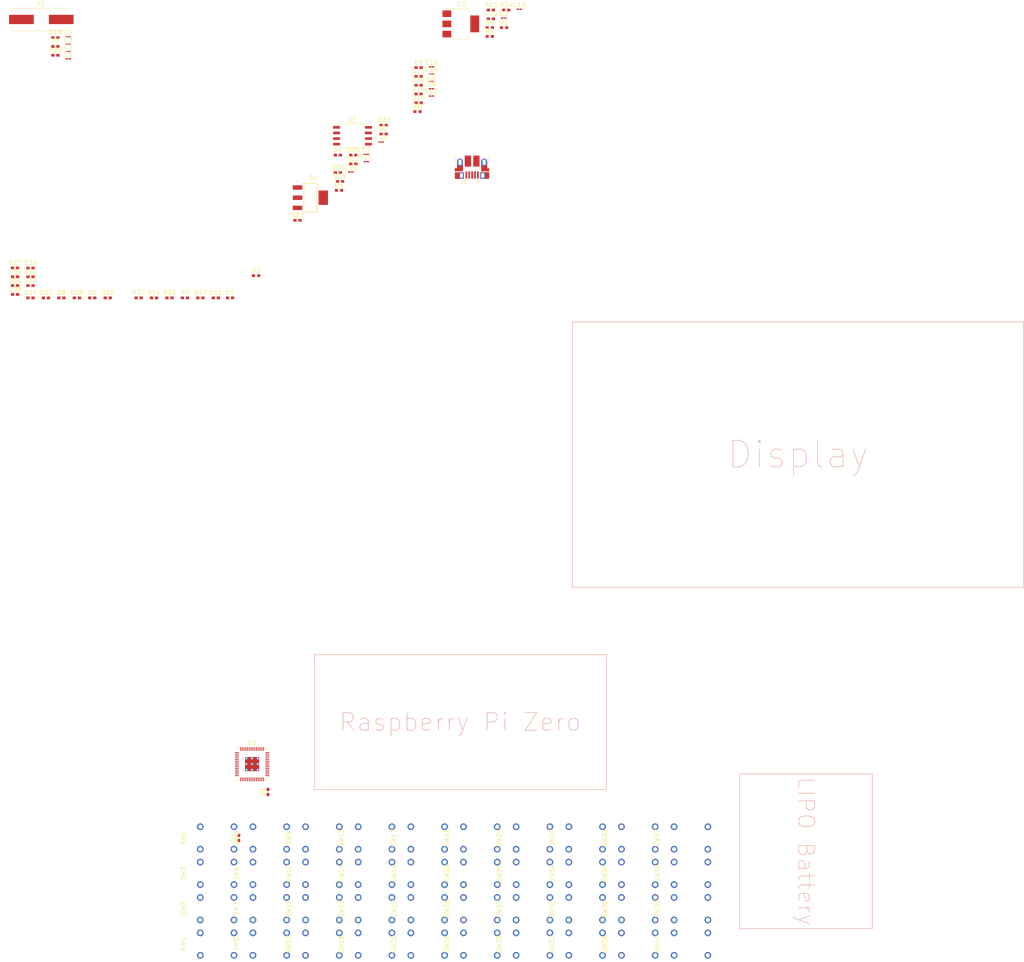
<source format=kicad_pcb>
(kicad_pcb (version 20211014) (generator pcbnew)
  (layers (0 "F.Cu" signal) (31 "B.Cu" signal) (34 "B.Paste" user) (35 "F.Paste" user) (36 "B.SilkS" user "B.Silkscreen") (37 "F.SilkS" user "F.Silkscreen") (38 "B.Mask" user) (39 "F.Mask" user) (44 "Edge.Cuts" user))
  (net 0 "")
  (net 1 "Net-(R4-Pad1)")
  (net 2 "/USB_D-")
  (net 3 "Net-(R3-Pad1)")
  (net 4 "/USB_D+")
  (net 5 "Net-(C16-Pad2)")
  (net 6 "/XOUT_21")
  (net 7 "+3V3")
  (net 8 "/RUN_26")
  (net 9 "/QSPI_SS_56")
  (net 10 "/USB_BOOT")
  (net 11 "GND")
  (net 28 "/XIN_20")
  (net 47 "+1V1")
  (net 48 "/QSPI_SD3_51")
  (net 49 "/QSPI_SCLK_52")
  (net 50 "/QSPI_SD0_53")
  (net 51 "/QSPI_SD2_54")
  (net 52 "/QSPI_SD1_55")
  (net 53 "VBUS")
  (net 54 "Net-(D6-Pad1)")
  (net 55 "/Row1")
  (net 56 "Net-(D5-Pad1)")
  (net 57 "Net-(D4-Pad1)")
  (net 58 "/Row0")
  (net 59 "Net-(D2-Pad1)")
  (net 60 "Net-(D1-Pad1)")
  (net 61 "Net-(D3-Pad1)")
  (net 62 "Net-(D18-Pad1)")
  (net 63 "/Row4")
  (net 64 "Net-(D10-Pad1)")
  (net 65 "/Row2")
  (net 66 "Net-(D11-Pad1)")
  (net 67 "Net-(D13-Pad1)")
  (net 68 "/Row3")
  (net 69 "Net-(D14-Pad1)")
  (net 70 "Net-(D15-Pad1)")
  (net 71 "Net-(D16-Pad1)")
  (net 72 "Net-(D17-Pad1)")
  (net 73 "Net-(D12-Pad1)")
  (net 74 "Net-(D19-Pad1)")
  (net 75 "Net-(D20-Pad1)")
  (net 76 "Net-(D21-Pad1)")
  (net 77 "/Row5")
  (net 78 "Net-(D22-Pad1)")
  (net 79 "Net-(D23-Pad1)")
  (net 80 "Net-(D24-Pad1)")
  (net 81 "Net-(D25-Pad1)")
  (net 82 "/Row6")
  (net 83 "Net-(D26-Pad1)")
  (net 84 "Net-(D27-Pad1)")
  (net 85 "Net-(D28-Pad1)")
  (net 86 "Net-(D29-Pad1)")
  (net 87 "/Row7")
  (net 88 "Net-(D30-Pad1)")
  (net 89 "Net-(D32-Pad1)")
  (net 90 "Net-(D33-Pad1)")
  (net 91 "/Row8")
  (net 92 "Net-(D34-Pad1)")
  (net 93 "Net-(D35-Pad1)")
  (net 94 "Net-(D36-Pad1)")
  (net 95 "Net-(D37-Pad1)")
  (net 96 "/Row9")
  (net 97 "Net-(D38-Pad1)")
  (net 98 "Net-(D39-Pad1)")
  (net 99 "Net-(D40-Pad1)")
  (net 100 "Net-(D9-Pad1)")
  (net 101 "Net-(D8-Pad1)")
  (net 102 "Net-(D7-Pad1)")
  (net 103 "Net-(D31-Pad1)")
  (net 104 "/Col3")
  (net 105 "/Col0")
  (net 106 "/Col1")
  (net 107 "/Col2")
  (footprint "Connector_USB:USB_Micro-B_Amphenol_10103594-0001LF_Horizontal" (layer "F.Cu") (at 147.711 -39.68 180)
    (fp_text reference "J1" (at 1.925 -3.365) (layer "F.SilkS"))
    (fp_text value "USB_B_Micro")
    (pad "1" smd rect (at -1.325 -1.765 270) (size 1.65 0.4) (layers "F.Cu" "F.Paste" "F.Mask") (net 53 "VBUS"))
    (pad "2" smd rect (at -0.675 -1.765 270) (size 1.65 0.4) (layers "F.Cu" "F.Paste" "F.Mask") (net 2 "/USB_D-"))
    (pad "3" smd rect (at -0.025 -1.765 270) (size 1.65 0.4) (layers "F.Cu" "F.Paste" "F.Mask") (net 4 "/USB_D+"))
    (pad "4" smd rect (at 0.625 -1.765 270) (size 1.65 0.4) (layers "F.Cu" "F.Paste" "F.Mask"))
    (pad "5" smd rect (at 1.275 -1.765 270) (size 1.65 0.4) (layers "F.Cu" "F.Paste" "F.Mask") (net 11 "GND"))
    (pad "6" thru_hole oval (at -2.755 1.115 270) (size 1.7 1.35) (drill oval 1.2 0.7) (layers *.Cu *.Mask) (net 11 "GND"))
    (pad "6" smd rect (at -0.985 1.385 270) (size 2.5 1.43) (layers "F.Cu" "F.Paste" "F.Mask") (net 11 "GND"))
    (pad "6" smd rect (at -2.755 0.185 180) (size 1.35 2) (layers "F.Cu" "F.Paste" "F.Mask") (net 11 "GND"))
    (pad "6" smd rect (at 2.725 0.185 180) (size 1.35 2) (layers "F.Cu" "F.Paste" "F.Mask") (net 11 "GND"))
    (pad "6" thru_hole oval (at 2.395 -1.885 270) (size 1.5 1.1) (drill oval 1.05 0.65) (layers *.Cu *.Mask) (net 11 "GND"))
    (pad "6" thru_hole oval (at 2.705 1.115 270) (size 1.7 1.35) (drill oval 1.2 0.7) (layers *.Cu *.Mask) (net 11 "GND"))
    (pad "6" smd rect (at -2.975 -0.565 180) (size 1.825 0.7) (layers "F.Cu" "F.Paste" "F.Mask") (net 11 "GND"))
    (pad "6" thru_hole oval (at -2.445 -1.885 270) (size 1.5 1.1) (drill oval 1.05 0.65) (layers *.Cu *.Mask) (net 11 "GND"))
    (pad "6" smd rect (at 0.935 1.385 270) (size 2.5 1.43) (layers "F.Cu" "F.Paste" "F.Mask") (net 11 "GND"))
    (pad "6" smd rect (at 2.875 -1.885 180) (size 2 1.5) (layers "F.Cu" "F.Paste" "F.Mask") (net 11 "GND"))
    (pad "6" smd rect (at 2.975 -0.565 180) (size 1.825 0.7) (layers "F.Cu" "F.Paste" "F.Mask") (net 11 "GND"))
    (pad "6" smd rect (at -2.875 -1.865 180) (size 2 1.5) (layers "F.Cu" "F.Paste" "F.Mask") (net 11 "GND"))
  )
  (footprint "Diode_SMD:D_0402_1005Metric_Pad0.77x0.64mm_HandSolder" (layer "F.Cu") (at 135.63 -56.24)
    (fp_text reference "D26" (at 0 -1.17) (layer "F.SilkS"))
    (fp_text value "D_Small")
    (pad "1" smd roundrect (at -0.5725 0) (size 0.765 0.64) (layers "F.Cu" "F.Paste" "F.Mask") (net 83 "Net-(D26-Pad1)"))
    (pad "2" smd roundrect (at 0.5725 0) (size 0.765 0.64) (layers "F.Cu" "F.Paste" "F.Mask") (net 106 "/Col1"))
  )
  (footprint "Diode_SMD:D_0402_1005Metric_Pad0.77x0.64mm_HandSolder" (layer "F.Cu") (at 79.33 -10.13)
    (fp_text reference "D35" (at 0 -1.17) (layer "F.SilkS"))
    (fp_text value "D_Small")
    (pad "1" smd roundrect (at -0.5725 0) (size 0.765 0.64) (layers "F.Cu" "F.Paste" "F.Mask") (net 93 "Net-(D35-Pad1)"))
    (pad "2" smd roundrect (at 0.5725 0) (size 0.765 0.64) (layers "F.Cu" "F.Paste" "F.Mask") (net 107 "/Col2"))
  )
  (footprint "Diode_SMD:D_0402_1005Metric_Pad0.77x0.64mm_HandSolder" (layer "F.Cu") (at 135.63 -60.22)
    (fp_text reference "D21" (at 0 -1.17) (layer "F.SilkS"))
    (fp_text value "D_Small")
    (pad "1" smd roundrect (at -0.5725 0) (size 0.765 0.64) (layers "F.Cu" "F.Paste" "F.Mask") (net 76 "Net-(D21-Pad1)"))
    (pad "2" smd roundrect (at 0.5725 0) (size 0.765 0.64) (layers "F.Cu" "F.Paste" "F.Mask") (net 105 "/Col0"))
  )
  (footprint "KSA1M331LFT_Footprint:KSA1M331LFT" (layer "F.Cu") (at 113.9 136 90)
    (fp_text reference "SW12" (at 0 -7.62 90 unlocked) (layer "F.SilkS"))
    (fp_text value "C")
    (pad "1" thru_hole circle (at -2.54 -3.81 90) (size 1.524 1.524) (drill 0.9) (layers *.Cu *.Mask) (net 73 "Net-(D12-Pad1)"))
    (pad "1" thru_hole circle (at -2.54 3.81 90) (size 1.524 1.524) (drill 0.9) (layers *.Cu *.Mask) (net 73 "Net-(D12-Pad1)"))
    (pad "2" thru_hole circle (at 2.54 3.81 90) (size 1.524 1.524) (drill 0.9) (layers *.Cu *.Mask) (net 65 "/Row2"))
    (pad "2" thru_hole circle (at 2.54 -3.81 90) (size 1.524 1.524) (drill 0.9) (layers *.Cu *.Mask) (net 65 "/Row2"))
  )
  (footprint "KSA1M331LFT_Footprint:KSA1M331LFT" (layer "F.Cu") (at 197.2 128 90)
    (fp_text reference "SW39" (at 0 -7.62 90 unlocked) (layer "F.SilkS"))
    (fp_text value "Trig")
    (pad "1" thru_hole circle (at -2.54 3.81 90) (size 1.524 1.524) (drill 0.9) (layers *.Cu *.Mask) (net 98 "Net-(D39-Pad1)"))
    (pad "1" thru_hole circle (at -2.54 -3.81 90) (size 1.524 1.524) (drill 0.9) (layers *.Cu *.Mask) (net 98 "Net-(D39-Pad1)"))
    (pad "2" thru_hole circle (at 2.54 3.81 90) (size 1.524 1.524) (drill 0.9) (layers *.Cu *.Mask) (net 96 "/Row9"))
    (pad "2" thru_hole circle (at 2.54 -3.81 90) (size 1.524 1.524) (drill 0.9) (layers *.Cu *.Mask) (net 96 "/Row9"))
  )
  (footprint "Diode_SMD:D_0402_1005Metric_Pad0.77x0.64mm_HandSolder" (layer "F.Cu") (at 117.88 -36.45)
    (fp_text reference "D31" (at 0 -1.17) (layer "F.SilkS"))
    (fp_text value "D_Small")
    (pad "1" smd roundrect (at -0.5725 0) (size 0.765 0.64) (layers "F.Cu" "F.Paste" "F.Mask") (net 103 "Net-(D31-Pad1)"))
    (pad "2" smd roundrect (at 0.5725 0) (size 0.765 0.64) (layers "F.Cu" "F.Paste" "F.Mask") (net 107 "/Col2"))
  )
  (footprint "Capacitor_SMD:C_01005_0402Metric_Pad0.57x0.30mm_HandSolder" (layer "F.Cu") (at 138.56 -62.38)
    (fp_text reference "C10" (at 0 -1) (layer "F.SilkS"))
    (fp_text value "100n")
    (pad "1" smd roundrect (at -0.3375 0) (size 0.575 0.3) (layers "F.Cu" "F.Mask") (net 7 "+3V3"))
    (pad "2" smd roundrect (at 0.3375 0) (size 0.575 0.3) (layers "F.Cu" "F.Mask") (net 11 "GND"))
  )
  (footprint "Capacitor_SMD:C_01005_0402Metric_Pad0.57x0.30mm_HandSolder" (layer "F.Cu") (at 138.56 -59.08)
    (fp_text reference "C5" (at 0 -1) (layer "F.SilkS"))
    (fp_text value "100n")
    (pad "1" smd roundrect (at -0.3375 0) (size 0.575 0.3) (layers "F.Cu" "F.Mask") (net 7 "+3V3"))
    (pad "2" smd roundrect (at 0.3375 0) (size 0.575 0.3) (layers "F.Cu" "F.Mask") (net 11 "GND"))
  )
  (footprint "KSA1M331LFT_Footprint:KSA1M331LFT" (layer "F.Cu") (at 90.1 120 90)
    (fp_text reference "SW2" (at 0 -7.62 90 unlocked) (layer "F.SilkS"))
    (fp_text value "Q")
    (pad "1" thru_hole circle (at -2.54 3.81 90) (size 1.524 1.524) (drill 0.9) (layers *.Cu *.Mask) (net 59 "Net-(D2-Pad1)"))
    (pad "1" thru_hole circle (at -2.54 -3.81 90) (size 1.524 1.524) (drill 0.9) (layers *.Cu *.Mask) (net 59 "Net-(D2-Pad1)"))
    (pad "2" thru_hole circle (at 2.54 -3.81 90) (size 1.524 1.524) (drill 0.9) (layers *.Cu *.Mask) (net 58 "/Row0"))
    (pad "2" thru_hole circle (at 2.54 3.81 90) (size 1.524 1.524) (drill 0.9) (layers *.Cu *.Mask) (net 58 "/Row0"))
  )
  (footprint "Capacitor_SMD:C_01005_0402Metric_Pad0.57x0.30mm_HandSolder" (layer "F.Cu") (at 56.48 -69.15)
    (fp_text reference "C4" (at 0 -1) (layer "F.SilkS"))
    (fp_text value "100n")
    (pad "1" smd roundrect (at -0.3375 0) (size 0.575 0.3) (layers "F.Cu" "F.Mask") (net 7 "+3V3"))
    (pad "2" smd roundrect (at 0.3375 0) (size 0.575 0.3) (layers "F.Cu" "F.Mask") (net 11 "GND"))
  )
  (footprint "Diode_SMD:D_0402_1005Metric_Pad0.77x0.64mm_HandSolder" (layer "F.Cu") (at 151.96 -73.24)
    (fp_text reference "D40" (at 0 -1.17) (layer "F.SilkS"))
    (fp_text value "D_Small")
    (pad "1" smd roundrect (at -0.5725 0) (size 0.765 0.64) (layers "F.Cu" "F.Paste" "F.Mask") (net 99 "Net-(D40-Pad1)"))
    (pad "2" smd roundrect (at 0.5725 0) (size 0.765 0.64) (layers "F.Cu" "F.Paste" "F.Mask") (net 104 "/Col3"))
  )
  (footprint "Diode_SMD:D_0402_1005Metric_Pad0.77x0.64mm_HandSolder" (layer "F.Cu") (at 47.92 -14.91)
    (fp_text reference "D10" (at 0 -1.17) (layer "F.SilkS"))
    (fp_text value "D_Small")
    (pad "1" smd roundrect (at -0.5725 0) (size 0.765 0.64) (layers "F.Cu" "F.Paste" "F.Mask") (net 64 "Net-(D10-Pad1)"))
    (pad "2" smd roundrect (at 0.5725 0) (size 0.765 0.64) (layers "F.Cu" "F.Paste" "F.Mask") (net 106 "/Col1"))
  )
  (footprint "Diode_SMD:D_0402_1005Metric_Pad0.77x0.64mm_HandSolder" (layer "F.Cu") (at 54.9 -10.13)
    (fp_text reference "D8" (at 0 -1.17) (layer "F.SilkS"))
    (fp_text value "D_Small")
    (pad "1" smd roundrect (at -0.5725 0) (size 0.765 0.64) (layers "F.Cu" "F.Paste" "F.Mask") (net 101 "Net-(D8-Pad1)"))
    (pad "2" smd roundrect (at 0.5725 0) (size 0.765 0.64) (layers "F.Cu" "F.Paste" "F.Mask") (net 104 "/Col3"))
  )
  (footprint "KSA1M331LFT_Footprint:KSA1M331LFT" (layer "F.Cu") (at 173.4 120 90)
    (fp_text reference "SW30" (at 0 -7.62 90 unlocked) (layer "F.SilkS"))
    (fp_text value "I")
    (pad "1" thru_hole circle (at -2.54 3.81 90) (size 1.524 1.524) (drill 0.9) (layers *.Cu *.Mask) (net 88 "Net-(D30-Pad1)"))
    (pad "1" thru_hole circle (at -2.54 -3.81 90) (size 1.524 1.524) (drill 0.9) (layers *.Cu *.Mask) (net 88 "Net-(D30-Pad1)"))
    (pad "2" thru_hole circle (at 2.54 -3.81 90) (size 1.524 1.524) (drill 0.9) (layers *.Cu *.Mask) (net 87 "/Row7"))
    (pad "2" thru_hole circle (at 2.54 3.81 90) (size 1.524 1.524) (drill 0.9) (layers *.Cu *.Mask) (net 87 "/Row7"))
  )
  (footprint "Diode_SMD:D_0402_1005Metric_Pad0.77x0.64mm_HandSolder" (layer "F.Cu") (at 65.37 -10.13)
    (fp_text reference "D20" (at 0 -1.17) (layer "F.SilkS"))
    (fp_text value "D_Small")
    (pad "1" smd roundrect (at -0.5725 0) (size 0.765 0.64) (layers "F.Cu" "F.Paste" "F.Mask") (net 75 "Net-(D20-Pad1)"))
    (pad "2" smd roundrect (at 0.5725 0) (size 0.765 0.64) (layers "F.Cu" "F.Paste" "F.Mask") (net 104 "/Col3"))
  )
  (footprint "KSA1M331LFT_Footprint:KSA1M331LFT" (layer "F.Cu") (at 90.1 112 90)
    (fp_text reference "SW1" (at 0 -7.62 90 unlocked) (layer "F.SilkS"))
    (fp_text value "+")
    (pad "1" thru_hole circle (at -2.54 3.81 90) (size 1.524 1.524) (drill 0.9) (layers *.Cu *.Mask) (net 60 "Net-(D1-Pad1)"))
    (pad "1" thru_hole circle (at -2.54 -3.81 90) (size 1.524 1.524) (drill 0.9) (layers *.Cu *.Mask) (net 60 "Net-(D1-Pad1)"))
    (pad "2" thru_hole circle (at 2.54 -3.81 90) (size 1.524 1.524) (drill 0.9) (layers *.Cu *.Mask) (net 58 "/Row0"))
    (pad "2" thru_hole circle (at 2.54 3.81 90) (size 1.524 1.524) (drill 0.9) (layers *.Cu *.Mask) (net 58 "/Row0"))
  )
  (footprint "Capacitor_SMD:C_01005_0402Metric_Pad0.57x0.30mm_HandSolder" (layer "F.Cu") (at 56.48 -67.5)
    (fp_text reference "C8" (at 0 -1) (layer "F.SilkS"))
    (fp_text value "100n")
    (pad "1" smd roundrect (at -0.3375 0) (size 0.575 0.3) (layers "F.Cu" "F.Mask") (net 7 "+3V3"))
    (pad "2" smd roundrect (at 0.3375 0) (size 0.575 0.3) (layers "F.Cu" "F.Mask") (net 11 "GND"))
  )
  (footprint "Capacitor_SMD:C_01005_0402Metric_Pad0.57x0.30mm_HandSolder" (layer "F.Cu") (at 120.32 -38.61)
    (fp_text reference "C16" (at 0 -1) (layer "F.SilkS"))
    (fp_text value "27p")
    (pad "1" smd roundrect (at -0.3375 0) (size 0.575 0.3) (layers "F.Cu" "F.Mask") (net 11 "GND"))
    (pad "2" smd roundrect (at 0.3375 0) (size 0.575 0.3) (layers "F.Cu" "F.Mask") (net 5 "Net-(C16-Pad2)"))
  )
  (footprint "Diode_SMD:D_0402_1005Metric_Pad0.77x0.64mm_HandSolder" (layer "F.Cu") (at 117.39 -38.44)
    (fp_text reference "D30" (at 0 -1.17) (layer "F.SilkS"))
    (fp_text value "D_Small")
    (pad "1" smd roundrect (at -0.5725 0) (size 0.765 0.64) (layers "F.Cu" "F.Paste" "F.Mask") (net 88 "Net-(D30-Pad1)"))
    (pad "2" smd roundrect (at 0.5725 0) (size 0.765 0.64) (layers "F.Cu" "F.Paste" "F.Mask") (net 106 "/Col1"))
  )
  (footprint "Diode_SMD:D_0402_1005Metric_Pad0.77x0.64mm_HandSolder" (layer "F.Cu") (at 58.39 -10.13)
    (fp_text reference "D28" (at 0 -1.17) (layer "F.SilkS"))
    (fp_text value "D_Small")
    (pad "1" smd roundrect (at -0.5725 0) (size 0.765 0.64) (layers "F.Cu" "F.Paste" "F.Mask") (net 85 "Net-(D28-Pad1)"))
    (pad "2" smd roundrect (at 0.5725 0) (size 0.765 0.64) (layers "F.Cu" "F.Paste" "F.Mask") (net 104 "/Col3"))
  )
  (footprint "Diode_SMD:D_0402_1005Metric_Pad0.77x0.64mm_HandSolder" (layer "F.Cu") (at 151.96 -75.23)
    (fp_text reference "D13" (at 0 -1.17) (layer "F.SilkS"))
    (fp_text value "D_Small")
    (pad "1" smd roundrect (at -0.5725 0) (size 0.765 0.64) (layers "F.Cu" "F.Paste" "F.Mask") (net 67 "Net-(D13-Pad1)"))
    (pad "2" smd roundrect (at 0.5725 0) (size 0.765 0.64) (layers "F.Cu" "F.Paste" "F.Mask") (net 105 "/Col0"))
  )
  (footprint "Capacitor_SMD:C_01005_0402Metric_Pad0.57x0.30mm_HandSolder" (layer "F.Cu") (at 158.38 -75.4)
    (fp_text reference "C13" (at 0 -1) (layer "F.SilkS"))
    (fp_text value "10u")
    (pad "1" smd roundrect (at -0.3375 0) (size 0.575 0.3) (layers "F.Cu" "F.Mask") (net 53 "VBUS"))
    (pad "2" smd roundrect (at 0.3375 0) (size 0.575 0.3) (layers "F.Cu" "F.Mask") (net 11 "GND"))
  )
  (footprint "Diode_SMD:D_0402_1005Metric_Pad0.77x0.64mm_HandSolder" (layer "F.Cu") (at 82.82 -10.13)
    (fp_text reference "D3" (at 0 -1.17) (layer "F.SilkS"))
    (fp_text value "D_Small")
    (pad "1" smd roundrect (at -0.5725 0) (size 0.765 0.64) (layers "F.Cu" "F.Paste" "F.Mask") (net 61 "Net-(D3-Pad1)"))
    (pad "2" smd roundrect (at 0.5725 0) (size 0.765 0.64) (layers "F.Cu" "F.Paste" "F.Mask") (net 107 "/Col2"))
  )
  (footprint "Diode_SMD:D_0402_1005Metric_Pad0.77x0.64mm_HandSolder" (layer "F.Cu") (at 51.41 -10.13)
    (fp_text reference "D33" (at 0 -1.17) (layer "F.SilkS"))
    (fp_text value "D_Small")
    (pad "1" smd roundrect (at -0.5725 0) (size 0.765 0.64) (layers "F.Cu" "F.Paste" "F.Mask") (net 90 "Net-(D33-Pad1)"))
    (pad "2" smd roundrect (at 0.5725 0) (size 0.765 0.64) (layers "F.Cu" "F.Paste" "F.Mask") (net 105 "/Col0"))
  )
  (footprint "Diode_SMD:D_0402_1005Metric_Pad0.77x0.64mm_HandSolder" (layer "F.Cu") (at 117.39 -42.42)
    (fp_text reference "D4" (at 0 -1.17) (layer "F.SilkS"))
    (fp_text value "D_Small")
    (pad "1" smd roundrect (at -0.5725 0) (size 0.765 0.64) (layers "F.Cu" "F.Paste" "F.Mask") (net 57 "Net-(D4-Pad1)"))
    (pad "2" smd roundrect (at 0.5725 0) (size 0.765 0.64) (layers "F.Cu" "F.Paste" "F.Mask") (net 104 "/Col3"))
  )
  (footprint "KSA1M331LFT_Footprint:KSA1M331LFT" (layer "F.Cu") (at 90.1 136 90)
    (fp_text reference "SW4" (at 0 -7.62 90 unlocked) (layer "F.SilkS"))
    (fp_text value "Z")
    (pad "1" thru_hole circle (at -2.54 -3.81 90) (size 1.524 1.524) (drill 0.9) (layers *.Cu *.Mask) (net 57 "Net-(D4-Pad1)"))
    (pad "1" thru_hole circle (at -2.54 3.81 90) (size 1.524 1.524) (drill 0.9) (layers *.Cu *.Mask) (net 57 "Net-(D4-Pad1)"))
    (pad "2" thru_hole circle (at 2.54 -3.81 90) (size 1.524 1.524) (drill 0.9) (layers *.Cu *.Mask) (net 58 "/Row0"))
    (pad "2" thru_hole circle (at 2.54 3.81 90) (size 1.524 1.524) (drill 0.9) (layers *.Cu *.Mask) (net 58 "/Row0"))
  )
  (footprint "KSA1M331LFT_Footprint:KSA1M331LFT" (layer "F.Cu") (at 102 136 90)
    (fp_text reference "SW8" (at 0 -7.62 90 unlocked) (layer "F.SilkS"))
    (fp_text value "X")
    (pad "1" thru_hole circle (at -2.54 3.81 90) (size 1.524 1.524) (drill 0.9) (layers *.Cu *.Mask) (net 101 "Net-(D8-Pad1)"))
    (pad "1" thru_hole circle (at -2.54 -3.81 90) (size 1.524 1.524) (drill 0.9) (layers *.Cu *.Mask) (net 101 "Net-(D8-Pad1)"))
    (pad "2" thru_hole circle (at 2.54 -3.81 90) (size 1.524 1.524) (drill 0.9) (layers *.Cu *.Mask) (net 55 "/Row1"))
    (pad "2" thru_hole circle (at 2.54 3.81 90) (size 1.524 1.524) (drill 0.9) (layers *.Cu *.Mask) (net 55 "/Row1"))
  )
  (footprint "Diode_SMD:D_0402_1005Metric_Pad0.77x0.64mm_HandSolder" (layer "F.Cu") (at 127.74 -47.2)
    (fp_text reference "D2" (at 0 -1.17) (layer "F.SilkS"))
    (fp_text value "D_Small")
    (pad "1" smd roundrect (at -0.5725 0) (size 0.765 0.64) (layers "F.Cu" "F.Paste" "F.Mask") (net 59 "Net-(D2-Pad1)"))
    (pad "2" smd roundrect (at 0.5725 0) (size 0.765 0.64) (layers "F.Cu" "F.Paste" "F.Mask") (net 106 "/Col1"))
  )
  (footprint "Package_SO:SOIC-8_5.23x5.23mm_P1.27mm" (layer "F.Cu") (at 120.7 -46.8)
    (fp_text reference "U1" (at 0 -3.56) (layer "F.SilkS"))
    (fp_text value "W25Q128JVS")
    (pad "1" smd roundrect (at -3.6 -1.905) (size 1.6 0.6) (layers "F.Cu" "F.Paste" "F.Mask") (net 9 "/QSPI_SS_56"))
    (pad "2" smd roundrect (at -3.6 -0.635) (size 1.6 0.6) (layers "F.Cu" "F.Paste" "F.Mask") (net 52 "/QSPI_SD1_55"))
    (pad "3" smd roundrect (at -3.6 0.635) (size 1.6 0.6) (layers "F.Cu" "F.Paste" "F.Mask") (net 51 "/QSPI_SD2_54"))
    (pad "4" smd roundrect (at -3.6 1.905) (size 1.6 0.6) (layers "F.Cu" "F.Paste" "F.Mask") (net 11 "GND"))
    (pad "5" smd roundrect (at 3.6 1.905) (size 1.6 0.6) (layers "F.Cu" "F.Paste" "F.Mask") (net 50 "/QSPI_SD0_53"))
    (pad "6" smd roundrect (at 3.6 0.635) (size 1.6 0.6) (layers "F.Cu" "F.Paste" "F.Mask") (net 49 "/QSPI_SCLK_52"))
    (pad "7" smd roundrect (at 3.6 -0.635) (size 1.6 0.6) (layers "F.Cu" "F.Paste" "F.Mask") (net 48 "/QSPI_SD3_51"))
    (pad "8" smd roundrect (at 3.6 -1.905) (size 1.6 0.6) (layers "F.Cu" "F.Paste" "F.Mask") (net 7 "+3V3"))
  )
  (footprint "KSA1M331LFT_Footprint:KSA1M331LFT" (layer "F.Cu") (at 185.3 112 90)
    (fp_text reference "SW33" (at 0 -7.62 90 unlocked) (layer "F.SilkS"))
    (fp_text value "Symbol's")
    (pad "1" thru_hole circle (at -2.54 3.81 90) (size 1.524 1.524) (drill 0.9) (layers *.Cu *.Mask) (net 90 "Net-(D33-Pad1)"))
    (pad "1" thru_hole circle (at -2.54 -3.81 90) (size 1.524 1.524) (drill 0.9) (layers *.Cu *.Mask) (net 90 "Net-(D33-Pad1)"))
    (pad "2" thru_hole circle (at 2.54 -3.81 90) (size 1.524 1.524) (drill 0.9) (layers *.Cu *.Mask) (net 91 "/Row8"))
    (pad "2" thru_hole circle (at 2.54 3.81 90) (size 1.524 1.524) (drill 0.9) (layers *.Cu *.Mask) (net 91 "/Row8"))
  )
  (footprint "KSA1M331LFT_Footprint:KSA1M331LFT" (layer "F.Cu") (at 161.5 120 90)
    (fp_text reference "SW26" (at 0 -7.62 90 unlocked) (layer "F.SilkS"))
    (fp_text value "U")
    (pad "1" thru_hole circle (at -2.54 -3.81 90) (size 1.524 1.524) (drill 0.9) (layers *.Cu *.Mask) (net 83 "Net-(D26-Pad1)"))
    (pad "1" thru_hole circle (at -2.54 3.81 90) (size 1.524 1.524) (drill 0.9) (layers *.Cu *.Mask) (net 83 "Net-(D26-Pad1)"))
    (pad "2" thru_hole circle (at 2.54 3.81 90) (size 1.524 1.524) (drill 0.9) (layers *.Cu *.Mask) (net 82 "/Row6"))
    (pad "2" thru_hole circle (at 2.54 -3.81 90) (size 1.524 1.524) (drill 0.9) (layers *.Cu *.Mask) (net 82 "/Row6"))
  )
  (footprint "KSA1M331LFT_Footprint:KSA1M331LFT" (layer "F.Cu") (at 102 120 90)
    (fp_text reference "SW6" (at 0 -7.62 90 unlocked) (layer "F.SilkS"))
    (fp_text value "W")
    (pad "1" thru_hole circle (at -2.54 3.81 90) (size 1.524 1.524) (drill 0.9) (layers *.Cu *.Mask) (net 54 "Net-(D6-Pad1)"))
    (pad "1" thru_hole circle (at -2.54 -3.81 90) (size 1.524 1.524) (drill 0.9) (layers *.Cu *.Mask) (net 54 "Net-(D6-Pad1)"))
    (pad "2" thru_hole circle (at 2.54 3.81 90) (size 1.524 1.524) (drill 0.9) (layers *.Cu *.Mask) (net 55 "/Row1"))
    (pad "2" thru_hole circle (at 2.54 -3.81 90) (size 1.524 1.524) (drill 0.9) (layers *.Cu *.Mask) (net 55 "/Row1"))
  )
  (footprint "Diode_SMD:D_0402_1005Metric_Pad0.77x0.64mm_HandSolder" (layer "F.Cu") (at 120.88 -42.42)
    (fp_text reference "D25" (at 0 -1.17) (layer "F.SilkS"))
    (fp_text value "D_Small")
    (pad "1" smd roundrect (at -0.5725 0) (size 0.765 0.64) (layers "F.Cu" "F.Paste" "F.Mask") (net 81 "Net-(D25-Pad1)"))
    (pad "2" smd roundrect (at 0.5725 0) (size 0.765 0.64) (layers "F.Cu" "F.Paste" "F.Mask") (net 105 "/Col0"))
  )
  (footprint "Capacitor_SMD:C_01005_0402Metric_Pad0.57x0.30mm_HandSolder" (layer "F.Cu") (at 138.56 -55.78)
    (fp_text reference "C12" (at 0 -1) (layer "F.SilkS"))
    (fp_text value "100n")
    (pad "1" smd roundrect (at -0.3375 0) (size 0.575 0.3) (layers "F.Cu" "F.Mask") (net 7 "+3V3"))
    (pad "2" smd roundrect (at 0.3375 0) (size 0.575 0.3) (layers "F.Cu" "F.Mask") (net 11 "GND"))
  )
  (footprint "KSA1M331LFT_Footprint:KSA1M331LFT" (layer "F.Cu") (at 137.7 112 90)
    (fp_text reference "SW17" (at 0 -7.62 90 unlocked) (layer "F.SilkS"))
    (fp_text value "=")
    (pad "1" thru_hole circle (at -2.54 3.81 90) (size 1.524 1.524) (drill 0.9) (layers *.Cu *.Mask) (net 72 "Net-(D17-Pad1)"))
    (pad "1" thru_hole circle (at -2.54 -3.81 90) (size 1.524 1.524) (drill 0.9) (layers *.Cu *.Mask) (net 72 "Net-(D17-Pad1)"))
    (pad "2" thru_hole circle (at 2.54 -3.81 90) (size 1.524 1.524) (drill 0.9) (layers *.Cu *.Mask) (net 63 "/Row4"))
    (pad "2" thru_hole circle (at 2.54 3.81 90) (size 1.524 1.524) (drill 0.9) (layers *.Cu *.Mask) (net 63 "/Row4"))
  )
  (footprint "Resistor_SMD:R_0402_1005Metric_Pad0.72x0.64mm_HandSolder" (layer "F.Cu") (at 151.72 -69.26)
    (fp_text reference "R1" (at 0 -1.17) (layer "F.SilkS"))
    (fp_text value "1k")
    (pad "1" smd roundrect (at -0.5975 0) (size 0.715 0.64) (layers "F.Cu" "F.Paste" "F.Mask") (net 10 "/USB_BOOT"))
    (pad "2" smd roundrect (at 0.5975 0) (size 0.715 0.64) (layers "F.Cu" "F.Paste" "F.Mask") (net 9 "/QSPI_SS_56"))
  )
  (footprint "KSA1M331LFT_Footprint:KSA1M331LFT" (layer "F.Cu") (at 113.9 128 90)
    (fp_text reference "SW11" (at 0 -7.62 90 unlocked) (layer "F.SilkS"))
    (fp_text value "D")
    (pad "1" thru_hole circle (at -2.54 3.81 90) (size 1.524 1.524) (drill 0.9) (layers *.Cu *.Mask) (net 66 "Net-(D11-Pad1)"))
    (pad "1" thru_hole circle (at -2.54 -3.81 90) (size 1.524 1.524) (drill 0.9) (layers *.Cu *.Mask) (net 66 "Net-(D11-Pad1)"))
    (pad "2" thru_hole circle (at 2.54 3.81 90) (size 1.524 1.524) (drill 0.9) (layers *.Cu *.Mask) (net 65 "/Row2"))
    (pad "2" thru_hole circle (at 2.54 -3.81 90) (size 1.524 1.524) (drill 0.9) (layers *.Cu *.Mask) (net 65 "/Row2"))
  )
  (footprint "Diode_SMD:D_0402_1005Metric_Pad0.77x0.64mm_HandSolder" (layer "F.Cu") (at 47.92 -16.9)
    (fp_text reference "D39" (at 0 -1.17) (layer "F.SilkS"))
    (fp_text value "D_Small")
    (pad "1" smd roundrect (at -0.5725 0) (size 0.765 0.64) (layers "F.Cu" "F.Paste" "F.Mask") (net 98 "Net-(D39-Pad1)"))
    (pad "2" smd roundrect (at 0.5725 0) (size 0.765 0.64) (layers "F.Cu" "F.Paste" "F.Mask") (net 107 "/Col2"))
  )
  (footprint "KSA1M331LFT_Footprint:KSA1M331LFT" (layer "F.Cu") (at 137.7 136 90)
    (fp_text reference "SW20" (at 0 -7.62 90 unlocked) (layer "F.SilkS"))
    (fp_text value "B")
    (pad "1" thru_hole circle (at -2.54 -3.81 90) (size 1.524 1.524) (drill 0.9) (layers *.Cu *.Mask) (net 75 "Net-(D20-Pad1)"))
    (pad "1" thru_hole circle (at -2.54 3.81 90) (size 1.524 1.524) (drill 0.9) (layers *.Cu *.Mask) (net 75 "Net-(D20-Pad1)"))
    (pad "2" thru_hole circle (at 2.54 3.81 90) (size 1.524 1.524) (drill 0.9) (layers *.Cu *.Mask) (net 63 "/Row4"))
    (pad "2" thru_hole circle (at 2.54 -3.81 90) (size 1.524 1.524) (drill 0.9) (layers *.Cu *.Mask) (net 63 "/Row4"))
  )
  (footprint "Resistor_SMD:R_0402_1005Metric_Pad0.72x0.64mm_HandSolder" (layer "F.Cu") (at 117.64 -34.46)
    (fp_text reference "R5" (at 0 -1.17) (layer "F.SilkS"))
    (fp_text value "10k")
    (pad "1" smd roundrect (at -0.5975 0) (size 0.715 0.64) (layers "F.Cu" "F.Paste" "F.Mask") (net 7 "+3V3"))
    (pad "2" smd roundrect (at 0.5975 0) (size 0.715 0.64) (layers "F.Cu" "F.Paste" "F.Mask") (net 9 "/QSPI_SS_56"))
  )
  (footprint "KSA1M331LFT_Footprint:KSA1M331LFT" (layer "F.Cu") (at 113.9 120 90)
    (fp_text reference "SW10" (at 0 -7.62 90 unlocked) (layer "F.SilkS"))
    (fp_text value "E")
    (pad "1" thru_hole circle (at -2.54 3.81 90) (size 1.524 1.524) (drill 0.9) (layers *.Cu *.Mask) (net 64 "Net-(D10-Pad1)"))
    (pad "1" thru_hole circle (at -2.54 -3.81 90) (size 1.524 1.524) (drill 0.9) (layers *.Cu *.Mask) (net 64 "Net-(D10-Pad1)"))
    (pad "2" thru_hole circle (at 2.54 3.81 90) (size 1.524 1.524) (drill 0.9) (layers *.Cu *.Mask) (net 65 "/Row2"))
    (pad "2" thru_hole circle (at 2.54 -3.81 90) (size 1.524 1.524) (drill 0.9) (layers *.Cu *.Mask) (net 65 "/Row2"))
  )
  (footprint "KSA1M331LFT_Footprint:KSA1M331LFT" (layer "F.Cu") (at 149.6 128 90)
    (fp_text reference "SW23" (at 0 -7.62 90 unlocked) (layer "F.SilkS"))
    (fp_text value "H")
    (pad "1" thru_hole circle (at -2.54 -3.81 90) (size 1.524 1.524) (drill 0.9) (layers *.Cu *.Mask) (net 79 "Net-(D23-Pad1)"))
    (pad "1" thru_hole circle (at -2.54 3.81 90) (size 1.524 1.524) (drill 0.9) (layers *.Cu *.Mask) (net 79 "Net-(D23-Pad1)"))
    (pad "2" thru_hole circle (at 2.54 3.81 90) (size 1.524 1.524) (drill 0.9) (layers *.Cu *.Mask) (net 77 "/Row5"))
    (pad "2" thru_hole circle (at 2.54 -3.81 90) (size 1.524 1.524) (drill 0.9) (layers *.Cu *.Mask) (net 77 "/Row5"))
  )
  (footprint "KSA1M331LFT_Footprint:KSA1M331LFT" (layer "F.Cu") (at 125.8 136 90)
    (fp_text reference "SW16" (at 0 -7.62 90 unlocked) (layer "F.SilkS"))
    (fp_text value "V")
    (pad "1" thru_hole circle (at -2.54 3.81 90) (size 1.524 1.524) (drill 0.9) (layers *.Cu *.Mask) (net 71 "Net-(D16-Pad1)"))
    (pad "1" thru_hole circle (at -2.54 -3.81 90) (size 1.524 1.524) (drill 0.9) (layers *.Cu *.Mask) (net 71 "Net-(D16-Pad1)"))
    (pad "2" thru_hole circle (at 2.54 -3.81 90) (size 1.524 1.524) (drill 0.9) (layers *.Cu *.Mask) (net 68 "/Row3"))
    (pad "2" thru_hole circle (at 2.54 3.81 90) (size 1.524 1.524) (drill 0.9) (layers *.Cu *.Mask) (net 68 "/Row3"))
  )
  (footprint "Diode_SMD:D_0402_1005Metric_Pad0.77x0.64mm_HandSolder" (layer "F.Cu") (at 135.63 -58.23)
    (fp_text reference "D36" (at 0 -1.17) (layer "F.SilkS"))
    (fp_text value "D_Small")
    (pad "1" smd roundrect (at -0.5725 0) (size 0.765 0.64) (layers "F.Cu" "F.Paste" "F.Mask") (net 94 "Net-(D36-Pad1)"))
    (pad "2" smd roundrect (at 0.5725 0) (size 0.765 0.64) (layers "F.Cu" "F.Paste" "F.Mask") (net 104 "/Col3"))
  )
  (footprint "KSA1M331LFT_Footprint:KSA1M331LFT" (layer "F.Cu") (at 185.3 136 90)
    (fp_text reference "SW36" (at 0 -7.62 90 unlocked) (layer "F.SilkS"))
    (fp_text value "; (:)")
    (pad "1" thru_hole circle (at -2.54 3.81 90) (size 1.524 1.524) (drill 0.9) (layers *.Cu *.Mask) (net 94 "Net-(D36-Pad1)"))
    (pad "1" thru_hole circle (at -2.54 -3.81 90) (size 1.524 1.524) (drill 0.9) (layers *.Cu *.Mask) (net 94 "Net-(D36-Pad1)"))
    (pad "2" thru_hole circle (at 2.54 3.81 90) (size 1.524 1.524) (drill 0.9) (layers *.Cu *.Mask) (net 91 "/Row8"))
    (pad "2" thru_hole circle (at 2.54 -3.81 90) (size 1.524 1.524) (drill 0.9) (layers *.Cu *.Mask) (net 91 "/Row8"))
  )
  (footprint "Diode_SMD:D_0402_1005Metric_Pad0.77x0.64mm_HandSolder" (layer "F.Cu") (at 72.35 -10.13)
    (fp_text reference "D37" (at 0 -1.17) (layer "F.SilkS"))
    (fp_text value "D_Small")
    (pad "1" smd roundrect (at -0.5725 0) (size 0.765 0.64) (layers "F.Cu" "F.Paste" "F.Mask") (net 95 "Net-(D37-Pad1)"))
    (pad "2" smd roundrect (at 0.5725 0) (size 0.765 0.64) (layers "F.Cu" "F.Paste" "F.Mask") (net 105 "/Col0"))
  )
  (footprint "Resistor_SMD:R_0402_1005Metric_Pad0.72x0.64mm_HandSolder" (layer "F.Cu") (at 151.72 -71.25)
    (fp_text reference "R4" (at 0 -1.17) (layer "F.SilkS"))
    (fp_text value "27.4")
    (pad "1" smd roundrect (at -0.5975 0) (size 0.715 0.64) (layers "F.Cu" "F.Paste" "F.Mask") (net 1 "Net-(R4-Pad1)"))
    (pad "2" smd roundrect (at 0.5975 0) (size 0.715 0.64) (layers "F.Cu" "F.Paste" "F.Mask") (net 2 "/USB_D-"))
  )
  (footprint "Diode_SMD:D_0402_1005Metric_Pad0.77x0.64mm_HandSolder" (layer "F.Cu") (at 53.55 -68.98)
    (fp_text reference "D19" (at 0 -1.17) (layer "F.SilkS"))
    (fp_text value "D_Small")
    (pad "1" smd roundrect (at -0.5725 0) (size 0.765 0.64) (layers "F.Cu" "F.Paste" "F.Mask") (net 74 "Net-(D19-Pad1)"))
    (pad "2" smd roundrect (at 0.5725 0) (size 0.765 0.64) (layers "F.Cu" "F.Paste" "F.Mask") (net 107 "/Col2"))
  )
  (footprint "Capacitor_SMD:C_01005_0402Metric_Pad0.57x0.30mm_HandSolder" (layer "F.Cu") (at 127.18 -45.38)
    (fp_text reference "C14" (at 0 -1) (layer "F.SilkS"))
    (fp_text value "10u")
    (pad "1" smd roundrect (at -0.3375 0) (size 0.575 0.3) (layers "F.Cu" "F.Mask") (net 7 "+3V3"))
    (pad "2" smd roundrect (at 0.3375 0) (size 0.575 0.3) (layers "F.Cu" "F.Mask") (net 11 "GND"))
  )
  (footprint "Diode_SMD:D_0402_1005Metric_Pad0.77x0.64mm_HandSolder" (layer "F.Cu") (at 61.88 -10.13)
    (fp_text reference "D6" (at 0 -1.17) (layer "F.SilkS"))
    (fp_text value "D_Small")
    (pad "1" smd roundrect (at -0.5725 0) (size 0.765 0.64) (layers "F.Cu" "F.Paste" "F.Mask") (net 54 "Net-(D6-Pad1)"))
    (pad "2" smd roundrect (at 0.5725 0) (size 0.765 0.64) (layers "F.Cu" "F.Paste" "F.Mask") (net 106 "/Col1"))
  )
  (footprint "KSA1M331LFT_Footprint:KSA1M331LFT" (layer "F.Cu") (at 161.5 136 90)
    (fp_text reference "SW28" (at 0 -7.62 90 unlocked) (layer "F.SilkS"))
    (fp_text value "M")
    (pad "1" thru_hole circle (at -2.54 3.81 90) (size 1.524 1.524) (drill 0.9) (layers *.Cu *.Mask) (net 85 "Net-(D28-Pad1)"))
    (pad "1" thru_hole circle (at -2.54 -3.81 90) (size 1.524 1.524) (drill 0.9) (layers *.Cu *.Mask) (net 85 "Net-(D28-Pad1)"))
    (pad "2" thru_hole circle (at 2.54 -3.81 90) (size 1.524 1.524) (drill 0.9) (layers *.Cu *.Mask) (net 82 "/Row6"))
    (pad "2" thru_hole circle (at 2.54 3.81 90) (size 1.524 1.524) (drill 0.9) (layers *.Cu *.Mask) (net 82 "/Row6"))
  )
  (footprint "KSA1M331LFT_Footprint:KSA1M331LFT" (layer "F.Cu") (at 125.8 120 90)
    (fp_text reference "SW14" (at 0 -7.62 90 unlocked) (layer "F.SilkS"))
    (fp_text value "R")
    (pad "1" thru_hole circle (at -2.54 -3.81 90) (size 1.524 1.524) (drill 0.9) (layers *.Cu *.Mask) (net 69 "Net-(D14-Pad1)"))
    (pad "1" thru_hole circle (at -2.54 3.81 90) (size 1.524 1.524) (drill 0.9) (layers *.Cu *.Mask) (net 69 "Net-(D14-Pad1)"))
    (pad "2" thru_hole circle (at 2.54 -3.81 90) (size 1.524 1.524) (drill 0.9) (layers *.Cu *.Mask) (net 68 "/Row3"))
    (pad "2" thru_hole circle (at 2.54 3.81 90) (size 1.524 1.524) (drill 0.9) (layers *.Cu *.Mask) (net 68 "/Row3"))
  )
  (footprint "Diode_SMD:D_0402_1005Metric_Pad0.77x0.64mm_HandSolder" (layer "F.Cu") (at 44.43 -16.9)
    (fp_text reference "D27" (at 0 -1.17) (layer "F.SilkS"))
    (fp_text value "D_Small")
    (pad "1" smd roundrect (at -0.5725 0) (size 0.765 0.64) (layers "F.Cu" "F.Paste" "F.Mask") (net 84 "Net-(D27-Pad1)"))
    (pad "2" smd roundrect (at 0.5725 0) (size 0.765 0.64) (layers "F.Cu" "F.Paste" "F.Mask") (net 107 "/Col2"))
  )
  (footprint "Diode_SMD:D_0402_1005Metric_Pad0.77x0.64mm_HandSolder" (layer "F.Cu") (at 86.31 -10.13)
    (fp_text reference "D17" (at 0 -1.17) (layer "F.SilkS"))
    (fp_text value "D_Small")
    (pad "1" smd roundrect (at -0.5725 0) (size 0.765 0.64) (layers "F.Cu" "F.Paste" "F.Mask") (net 72 "Net-(D17-Pad1)"))
    (pad "2" smd roundrect (at 0.5725 0) (size 0.765 0.64) (layers "F.Cu" "F.Paste" "F.Mask") (net 105 "/Col0"))
  )
  (footprint "Capacitor_SMD:C_0402_1005Metric_Pad0.74x0.62mm_HandSolder" (layer "F.Cu") (at 93.03 -10.14)
    (fp_text reference "C1" (at 0 -1.16) (layer "F.SilkS"))
    (fp_text value "100n")
    (pad "1" smd roundrect (at -0.5675 0) (size 0.735 0.62) (layers "F.Cu" "F.Paste" "F.Mask") (net 47 "+1V1"))
    (pad "2" smd roundrect (at 0.5675 0) (size 0.735 0.62) (layers "F.Cu" "F.Paste" "F.Mask") (net 11 "GND"))
  )
  (footprint "KSA1M331LFT_Footprint:KSA1M331LFT" (layer "F.Cu") (at 161.5 112 90)
    (fp_text reference "SW25" (at 0 -7.62 90 unlocked) (layer "F.SilkS"))
    (fp_text value "e^x (ln)")
    (pad "1" thru_hole circle (at -2.54 -3.81 90) (size 1.524 1.524) (drill 0.9) (layers *.Cu *.Mask) (net 81 "Net-(D25-Pad1)"))
    (pad "1" thru_hole circle (at -2.54 3.81 90) (size 1.524 1.524) (drill 0.9) (layers *.Cu *.Mask) (net 81 "Net-(D25-Pad1)"))
    (pad "2" thru_hole circle (at 2.54 -3.81 90) (size 1.524 1.524) (drill 0.9) (layers *.Cu *.Mask) (net 82 "/Row6"))
    (pad "2" thru_hole circle (at 2.54 3.81 90) (size 1.524 1.524) (drill 0.9) (layers *.Cu *.Mask) (net 82 "/Row6"))
  )
  (footprint "Diode_SMD:D_0402_1005Metric_Pad0.77x0.64mm_HandSolder" (layer "F.Cu") (at 135.63 -54.25)
    (fp_text reference "D15" (at 0 -1.17) (layer "F.SilkS"))
    (fp_text value "D_Small")
    (pad "1" smd roundrect (at -0.5725 0) (size 0.765 0.64) (layers "F.Cu" "F.Paste" "F.Mask") (net 70 "Net-(D15-Pad1)"))
    (pad "2" smd roundrect (at 0.5725 0) (size 0.765 0.64) (layers "F.Cu" "F.Paste" "F.Mask") (net 107 "/Col2"))
  )
  (footprint "KSA1M331LFT_Footprint:KSA1M331LFT" (layer "F.Cu") (at 90.1 128 90)
    (fp_text reference "SW3" (at 0 -7.62 90 unlocked) (layer "F.SilkS"))
    (fp_text value "A")
    (pad "1" thru_hole circle (at -2.54 -3.81 90) (size 1.524 1.524) (drill 0.9) (layers *.Cu *.Mask) (net 61 "Net-(D3-Pad1)"))
    (pad "1" thru_hole circle (at -2.54 3.81 90) (size 1.524 1.524) (drill 0.9) (layers *.Cu *.Mask) (net 61 "Net-(D3-Pad1)"))
    (pad "2" thru_hole circle (at 2.54 3.81 90) (size 1.524 1.524) (drill 0.9) (layers *.Cu *.Mask) (net 58 "/Row0"))
    (pad "2" thru_hole circle (at 2.54 -3.81 90) (size 1.524 1.524) (drill 0.9) (layers *.Cu *.Mask) (net 58 "/Row0"))
  )
  (footprint "Diode_SMD:D_0402_1005Metric_Pad0.77x0.64mm_HandSolder" (layer "F.Cu") (at 127.74 -49.19)
    (fp_text reference "D23" (at 0 -1.17) (layer "F.SilkS"))
    (fp_text value "D_Small")
    (pad "1" smd roundrect (at -0.5725 0) (size 0.765 0.64) (layers "F.Cu" "F.Paste" "F.Mask") (net 79 "Net-(D23-Pad1)"))
    (pad "2" smd roundrect (at 0.5725 0) (size 0.765 0.64) (layers "F.Cu" "F.Paste" "F.Mask") (net 107 "/Col2"))
  )
  (footprint "KSA1M331LFT_Footprint:KSA1M331LFT" (layer "F.Cu") (at 197.2 112 90)
    (fp_text reference "SW37" (at 0 -7.62 90 unlocked) (layer "F.SilkS"))
    (fp_text value "Menu")
    (pad "1" thru_hole circle (at -2.54 3.81 90) (size 1.524 1.524) (drill 0.9) (layers *.Cu *.Mask) (net 95 "Net-(D37-Pad1)"))
    (pad "1" thru_hole circle (at -2.54 -3.81 90) (size 1.524 1.524) (drill 0.9) (layers *.Cu *.Mask) (net 95 "Net-(D37-Pad1)"))
    (pad "2" thru_hole circle (at 2.54 -3.81 90) (size 1.524 1.524) (drill 0.9) (layers *.Cu *.Mask) (net 96 "/Row9"))
    (pad "2" thru_hole circle (at 2.54 3.81 90) (size 1.524 1.524) (drill 0.9) (layers *.Cu *.Mask) (net 96 "/Row9"))
  )
  (footprint "Resistor_SMD:R_0402_1005Metric_Pad0.72x0.64mm_HandSolder" (layer "F.Cu") (at 98.91 -15.17)
    (fp_text reference "R3" (at 0 -1.17) (layer "F.SilkS"))
    (fp_text value "27.4")
    (pad "1" smd roundrect (at -0.5975 0) (size 0.715 0.64) (layers "F.Cu" "F.Paste" "F.Mask") (net 3 "Net-(R3-Pad1)"))
    (pad "2" smd roundrect (at 0.5975 0) (size 0.715 0.64) (layers "F.Cu" "F.Paste" "F.Mask") (net 4 "/USB_D+"))
  )
  (footprint "Diode_SMD:D_0402_1005Metric_Pad0.77x0.64mm_HandSolder" (layer "F.Cu") (at 101.6 101.6 90)
    (fp_text reference "D5" (at 0 -1.17 90) (layer "F.SilkS"))
    (fp_text value "D_Small")
    (pad "1" smd roundrect (at -0.5725 0 90) (size 0.765 0.64) (layers "F.Cu" "F.Paste" "F.Mask") (net 56 "Net-(D5-Pad1)"))
    (pad "2" smd roundrect (at 0.5725 0 90) (size 0.765 0.64) (layers "F.Cu" "F.Paste" "F.Mask") (net 105 "/Col0"))
  )
  (footprint "KSA1M331LFT_Footprint:KSA1M331LFT" (layer "F.Cu") (at 149.6 120 90)
    (fp_text reference "SW22" (at 0 -7.62 90 unlocked) (layer "F.SilkS"))
    (fp_text value "Y")
    (pad "1" thru_hole circle (at -2.54 3.81 90) (size 1.524 1.524) (drill 0.9) (layers *.Cu *.Mask) (net 78 "Net-(D22-Pad1)"))
    (pad "1" thru_hole circle (at -2.54 -3.81 90) (size 1.524 1.524) (drill 0.9) (layers *.Cu *.Mask) (net 78 "Net-(D22-Pad1)"))
    (pad "2" thru_hole circle (at 2.54 -3.81 90) (size 1.524 1.524) (drill 0.9) (layers *.Cu *.Mask) (net 77 "/Row5"))
    (pad "2" thru_hole circle (at 2.54 3.81 90) (size 1.524 1.524) (drill 0.9) (layers *.Cu *.Mask) (net 77 "/Row5"))
  )
  (footprint "KSA1M331LFT_Footprint:KSA1M331LFT" (layer "F.Cu") (at 185.3 120 90)
    (fp_text reference "SW34" (at 0 -7.62 90 unlocked) (layer "F.SilkS"))
    (fp_text value "O")
    (pad "1" thru_hole circle (at -2.54 3.81 90) (size 1.524 1.524) (drill 0.9) (layers *.Cu *.Mask) (net 92 "Net-(D34-Pad1)"))
    (pad "1" thru_hole circle (at -2.54 -3.81 90) (size 1.524 1.524) (drill 0.9) (layers *.Cu *.Mask) (net 92 "Net-(D34-Pad1)"))
    (pad "2" thru_hole circle (at 2.54 3.81 90) (size 1.524 1.524) (drill 0.9) (layers *.Cu *.Mask) (net 91 "/Row8"))
    (pad "2" thru_hole circle (at 2.54 -3.81 90) (size 1.524 1.524) (drill 0.9) (layers *.Cu *.Mask) (net 91 "/Row8"))
  )
  (footprint "Capacitor_SMD:C_01005_0402Metric_Pad0.57x0.30mm_HandSolder" (layer "F.Cu") (at 138.56 -57.43)
    (fp_text reference "C9" (at 0 -1) (layer "F.SilkS"))
    (fp_text value "100n")
    (pad "1" smd roundrect (at -0.3375 0) (size 0.575 0.3) (layers "F.Cu" "F.Mask") (net 7 "+3V3"))
    (pad "2" smd roundrect (at 0.3375 0) (size 0.575 0.3) (layers "F.Cu" "F.Mask") (net 11 "GND"))
  )
  (footprint "Capacitor_SMD:C_01005_0402Metric_Pad0.57x0.30mm_HandSolder" (layer "F.Cu") (at 154.89 -73.41)
    (fp_text reference "C3" (at 0 -1) (layer "F.SilkS"))
    (fp_text value "1u")
    (pad "1" smd roundrect (at -0.3375 0) (size 0.575 0.3) (layers "F.Cu" "F.Mask") (net 47 "+1V1"))
    (pad "2" smd roundrect (at 0.3375 0) (size 0.575 0.3) (layers "F.Cu" "F.Mask") (net 11 "GND"))
  )
  (footprint "Capacitor_SMD:C_01005_0402Metric_Pad0.57x0.30mm_HandSolder" (layer "F.Cu") (at 123.81 -40.94)
    (fp_text reference "C11" (at 0 -1) (layer "F.SilkS"))
    (fp_text value "100n")
    (pad "1" smd roundrect (at -0.3375 0) (size 0.575 0.3) (layers "F.Cu" "F.Mask") (net 7 "+3V3"))
    (pad "2" smd roundrect (at 0.3375 0) (size 0.575 0.3) (layers "F.Cu" "F.Mask") (net 11 "GND"))
  )
  (footprint "Diode_SMD:D_0402_1005Metric_Pad0.77x0.64mm_HandSolder" (layer "F.Cu") (at 44.43 -14.91)
    (fp_text reference "D32" (at 0 -1.17) (layer "F.SilkS"))
    (fp_text value "D_Small")
    (pad "1" smd roundrect (at -0.5725 0) (size 0.765 0.64) (layers "F.Cu" "F.Paste" "F.Mask") (net 89 "Net-(D32-Pad1)"))
    (pad "2" smd roundrect (at 0.5725 0) (size 0.765 0.64) (layers "F.Cu" "F.Paste" "F.Mask") (net 104 "/Col3"))
  )
  (footprint "Capacitor_SMD:C_01005_0402Metric_Pad0.57x0.30mm_HandSolder" (layer "F.Cu") (at 56.48 -65.85)
    (fp_text reference "C2" (at 0 -1) (layer "F.SilkS"))
    (fp_text value "100n")
    (pad "1" smd roundrect (at -0.3375 0) (size 0.575 0.3) (layers "F.Cu" "F.Mask") (net 47 "+1V1"))
    (pad "2" smd roundrect (at 0.3375 0) (size 0.575 0.3) (layers "F.Cu" "F.Mask") (net 11 "GND"))
  )
  (footprint "Diode_SMD:D_0402_1005Metric_Pad0.77x0.64mm_HandSolder" (layer "F.Cu") (at 89.8 -10.13)
    (fp_text reference "D11" (at 0 -1.17) (layer "F.SilkS"))
    (fp_text value "D_Small")
    (pad "1" smd roundrect (at -0.5725 0) (size 0.765 0.64) (layers "F.Cu" "F.Paste" "F.Mask") (net 66 "Net-(D11-Pad1)"))
    (pad "2" smd roundrect (at 0.5725 0) (size 0.765 0.64) (layers "F.Cu" "F.Paste" "F.Mask") (net 107 "/Col2"))
  )
  (footprint "KSA1M331LFT_Footprint:KSA1M331LFT" (layer "F.Cu") (at 173.4 128 90)
    (fp_text reference "SW31" (at 0 -7.62 90 unlocked) (layer "F.SilkS"))
    (fp_text value "K")
    (pad "1" thru_hole circle (at -2.54 -3.81 90) (size 1.524 1.524) (drill 0.9) (layers *.Cu *.Mask) (net 103 "Net-(D31-Pad1)"))
    (pad "1" thru_hole circle (at -2.54 3.81 90) (size 1.524 1.524) (drill 0.9) (layers *.Cu *.Mask) (net 103 "Net-(D31-Pad1)"))
    (pad "2" thru_hole circle (at 2.54 -3.81 90) (size 1.524 1.524) (drill 0.9) (layers *.Cu *.Mask) (net 87 "/Row7"))
    (pad "2" thru_hole circle (at 2.54 3.81 90) (size 1.524 1.524) (drill 0.9) (layers *.Cu *.Mask) (net 87 "/Row7"))
  )
  (footprint "Resistor_SMD:R_0402_1005Metric_Pad0.72x0.64mm_HandSolder" (layer "F.Cu") (at 135.39 -52.26)
    (fp_text reference "R6" (at 0 -1.17) (layer "F.SilkS"))
    (fp_text value "10k")
    (pad "1" smd roundrect (at -0.5975 0) (size 0.715 0.64) (layers "F.Cu" "F.Paste" "F.Mask") (net 7 "+3V3"))
    (pad "2" smd roundrect (at 0.5975 0) (size 0.715 0.64) (layers "F.Cu" "F.Paste" "F.Mask") (net 8 "/RUN_26"))
  )
  (footprint "Capacitor_SMD:C_01005_0402Metric_Pad0.57x0.30mm_HandSolder" (layer "F.Cu") (at 138.56 -60.73)
    (fp_text reference "C15" (at 0 -1) (layer "F.SilkS"))
    (fp_text value "27p")
    (pad "1" smd roundrect (at -0.3375 0) (size 0.575 0.3) (layers "F.Cu" "F.Mask") (net 11 "GND"))
    (pad "2" smd roundrect (at 0.3375 0) (size 0.575 0.3) (layers "F.Cu" "F.Mask") (net 28 "/XIN_20"))
  )
  (footprint "KSA1M331LFT_Footprint:KSA1M331LFT" (layer "F.Cu") (at 149.6 112 90)
    (fp_text reference "SW21" (at 0 -7.62 90 unlocked) (layer "F.SilkS"))
    (fp_text value "SQRT")
    (pad "1" thru_hole circle (at -2.54 3.81 90) (size 1.524 1.524) (drill 0.9) (layers *.Cu *.Mask) (net 76 "Net-(D21-Pad1)"))
    (pad "1" thru_hole circle (at -2.54 -3.81 90) (size 1.524 1.524) (drill 0.9) (layers *.Cu *.Mask) (net 76 "Net-(D21-Pad1)"))
    (pad "2" thru_hole circle (at 2.54 -3.81 90) (size 1.524 1.524) (drill 0.9) (layers *.Cu *.Mask) (net 77 "/Row5"))
    (pad "2" thru_hole circle (at 2.54 3.81 90) (size 1.524 1.524) (drill 0.9) (layers *.Cu *.Mask) (net 77 "/Row5"))
  )
  (footprint "Diode_SMD:D_0402_1005Metric_Pad0.77x0.64mm_HandSolder" (layer "F.Cu") (at 47.92 -10.13)
    (fp_text reference "D24" (at 0 -1.17) (layer "F.SilkS"))
    (fp_text value "D_Small")
    (pad "1" smd roundrect (at -0.5725 0) (size 0.765 0.64) (layers "F.Cu" "F.Paste" "F.Mask") (net 80 "Net-(D24-Pad1)"))
    (pad "2" smd roundrect (at 0.5725 0) (size 0.765 0.64) (layers "F.Cu" "F.Paste" "F.Mask") (net 104 "/Col3"))
  )
  (footprint "KSA1M331LFT_Footprint:KSA1M331LFT" (layer "F.Cu") (at 197.2 120 90)
    (fp_text reference "SW38" (at 0 -7.62 90 unlocked) (layer "F.SilkS"))
    (fp_text value "P")
    (pad "1" thru_hole circle (at -2.54 3.81 90) (size 1.524 1.524) (drill 0.9) (layers *.Cu *.Mask) (net 97 "Net-(D38-Pad1)"))
    (pad "1" thru_hole circle (at -2.54 -3.81 90) (size 1.524 1.524) (drill 0.9) (layers *.Cu *.Mask) (net 97 "Net-(D38-Pad1)"))
    (pad "2" thru_hole circle (at 2.54 3.81 90) (size 1.524 1.524) (drill 0.9) (layers *.Cu *.Mask) (net 96 "/Row9"))
    (pad "2" thru_hole circle (at 2.54 -3.81 90) (size 1.524 1.524) (drill 0.9) (layers *.Cu *.Mask) (net 96 "/Row9"))
  )
  (footprint "Capacitor_SMD:C_01005_0402Metric_Pad0.57x0.30mm_HandSolder" (layer "F.Cu") (at 56.48 -64.2)
    (fp_text reference "C6" (at 0 -1) (layer "F.SilkS"))
    (fp_text value "1u")
    (pad "1" smd roundrect (at -0.3375 0) (size 0.575 0.3) (layers "F.Cu" "F.Mask") (net 7 "+3V3"))
    (pad "2" smd roundrect (at 0.3375 0) (size 0.575 0.3) (layers "F.Cu" "F.Mask") (net 11 "GND"))
  )
  (footprint "KSA1M331LFT_Footprint:KSA1M331LFT" (layer "F.Cu") (at 173.4 136 90)
    (fp_text reference "SW32" (at 0 -7.62 90 unlocked) (layer "F.SilkS"))
    (fp_text value "[ ] ({ })")
    (pad "1" thru_hole circle (at -2.54 3.81 90) (size 1.524 1.524) (drill 0.9) (layers *.Cu *.Mask) (net 89 "Net-(D32-Pad1)"))
    (pad "1" thru_hole circle (at -2.54 -3.81 90) (size 1.524 1.524) (drill 0.9) (layers *.Cu *.Mask) (net 89 "Net-(D32-Pad1)"))
    (pad "2" thru_hole circle (at 2.54 3.81 90) (size 1.524 1.524) (drill 0.9) (layers *.Cu *.Mask) (net 87 "/Row7"))
    (pad "2" thru_hole circle (at 2.54 -3.81 90) (size 1.524 1.524) (drill 0.9) (layers *.Cu *.Mask) (net 87 "/Row7"))
  )
  (footprint "NCP1117ST33T3G:SOT230P700X180-4N" (layer "F.Cu") (at 111.18 -32.7915)
    (fp_text reference "S1" (at 0.6353 -4.49793) (layer "F.SilkS") (effects (font (size 1.000472 1.000472))))
    (fp_text value "PTS810SJK250SMTRLFS")
    (pad "1" smd rect locked (at -2.9 -2.3 270) (size 1 2.15) (layers "F.Cu" "F.Paste" "F.Mask") (net 10 "/USB_BOOT"))
    (pad "2" smd rect locked (at -2.9 0 270) (size 1 2.15) (layers "F.Cu" "F.Paste" "F.Mask") (net 11 "GND"))
    (pad "3" smd rect locked (at -2.9 2.3 270) (size 1 2.15) (layers "F.Cu" "F.Paste" "F.Mask") (net 10 "/USB_BOOT"))
    (pad "4" smd rect locked (at 2.9 0 270) (size 3.25 2.15) (layers "F.Cu" "F.Paste" "F.Mask") (net 11 "GND"))
  )
  (footprint "Diode_SMD:D_0402_1005Metric_Pad0.77x0.64mm_HandSolder" (layer "F.Cu") (at 53.55 -65)
    (fp_text reference "D29" (at 0 -1.17) (layer "F.SilkS"))
    (fp_text value "D_Small")
    (pad "1" smd roundrect (at -0.5725 0) (size 0.765 0.64) (layers "F.Cu" "F.Paste" "F.Mask") (net 86 "Net-(D29-Pad1)"))
    (pad "2" smd roundrect (at 0.5725 0) (size 0.765 0.64) (layers "F.Cu" "F.Paste" "F.Mask") (net 105 "/Col0"))
  )
  (footprint "KSA1M331LFT_Footprint:KSA1M331LFT" (layer "F.Cu") (at 102 128 90)
    (fp_text reference "SW7" (at 0 -7.62 90 unlocked) (layer "F.SilkS"))
    (fp_text value "S")
    (pad "1" thru_hole circle (at -2.54 3.81 90) (size 1.524 1.524) (drill 0.9) (layers *.Cu *.Mask) (net 102 "Net-(D7-Pad1)"))
    (pad "1" thru_hole circle (at -2.54 -3.81 90) (size 1.524 1.524) (drill 0.9) (layers *.Cu *.Mask) (net 102 "Net-(D7-Pad1)"))
    (pad "2" thru_hole circle (at 2.54 -3.81 90) (size 1.524 1.524) (drill 0.9) (layers *.Cu *.Mask) (net 55 "/Row1"))
    (pad "2" thru_hole circle (at 2.54 3.81 90) (size 1.524 1.524) (drill 0.9) (layers *.Cu *.Mask) (net 55 "/Row1"))
  )
  (footprint "RP2040_minimal:RP2040-QFN-56" (layer "F.Cu") (at 98 95.3)
    (fp_text reference "U2" (at 0 -4.82) (layer "F.SilkS"))
    (fp_text value "RP2040")
    (pad "1" smd roundrect locked (at -3.4375 -2.6) (size 0.875 0.2) (layers "F.Cu" "F.Paste" "F.Mask") (net 7 "+3V3"))
    (pad "2" smd roundrect locked (at -3.4375 -2.2) (size 0.875 0.2) (layers "F.Cu" "F.Paste" "F.Mask"))
    (pad "3" smd roundrect locked (at -3.4375 -1.8) (size 0.875 0.2) (layers "F.Cu" "F.Paste" "F.Mask"))
    (pad "4" smd roundrect locked (at -3.4375 -1.4) (size 0.875 0.2) (layers "F.Cu" "F.Paste" "F.Mask"))
    (pad "5" smd roundrect locked (at -3.4375 -1) (size 0.875 0.2) (layers "F.Cu" "F.Paste" "F.Mask"))
    (pad "6" smd roundrect locked (at -3.4375 -0.6) (size 0.875 0.2) (layers "F.Cu" "F.Paste" "F.Mask"))
    (pad "7" smd roundrect locked (at -3.4375 -0.2) (size 0.875 0.2) (layers "F.Cu" "F.Paste" "F.Mask"))
    (pad "8" smd roundrect locked (at -3.4375 0.2) (size 0.875 0.2) (layers "F.Cu" "F.Paste" "F.Mask"))
    (pad "9" smd roundrect locked (at -3.4375 0.6) (size 0.875 0.2) (layers "F.Cu" "F.Paste" "F.Mask"))
    (pad "10" smd roundrect locked (at -3.4375 1) (size 0.875 0.2) (layers "F.Cu" "F.Paste" "F.Mask") (net 7 "+3V3"))
    (pad "11" smd roundrect locked (at -3.4375 1.4) (size 0.875 0.2) (layers "F.Cu" "F.Paste" "F.Mask"))
    (pad "12" smd roundrect locked (at -3.4375 1.8) (size 0.875 0.2) (layers "F.Cu" "F.Paste" "F.Mask"))
    (pad "13" smd roundrect locked (at -3.4375 2.2) (size 0.875 0.2) (layers "F.Cu" "F.Paste" "F.Mask"))
    (pad "14" smd roundrect locked (at -3.4375 2.6) (size 0.875 0.2) (layers "F.Cu" "F.Paste" "F.Mask"))
    (pad "15" smd roundrect locked (at -2.6 3.4375) (size 0.2 0.875) (layers "F.Cu" "F.Paste" "F.Mask"))
    (pad "16" smd roundrect locked (at -2.2 3.4375) (size 0.2 0.875) (layers "F.Cu" "F.Paste" "F.Mask"))
    (pad "17" smd roundrect locked (at -1.8 3.4375) (size 0.2 0.875) (layers "F.Cu" "F.Paste" "F.Mask"))
    (pad "18" smd roundrect locked (at -1.4 3.4375) (size 0.2 0.875) (layers "F.Cu" "F.Paste" "F.Mask"))
    (pad "19" smd roundrect locked (at -1 3.4375) (size 0.2 0.875) (layers "F.Cu" "F.Paste" "F.Mask") (net 11 "GND"))
    (pad "20" smd roundrect locked (at -0.6 3.4375) (size 0.2 0.875) (layers "F.Cu" "F.Paste" "F.Mask") (net 28 "/XIN_20"))
    (pad "21" smd roundrect locked (at -0.2 3.4375) (size 0.2 0.875) (layers "F.Cu" "F.Paste" "F.Mask"))
    (pad "22" smd roundrect locked (at 0.2 3.4375) (size 0.2 0.875) (layers "F.Cu" "F.Paste" "F.Mask") (net 7 "+3V3"))
    (pad "23" smd roundrect locked (at 0.6 3.4375) (size 0.2 0.875) (layers "F.Cu" "F.Paste" "F.Mask"))
    (pad "24" smd roundrect locked (at 1 3.4375) (size 0.2 0.875) (layers "F.Cu" "F.Paste" "F.Mask"))
    (pad "25" smd roundrect locked (at 1.4 3.4375) (size 0.2 0.875) (layers "F.Cu" "F.Paste" "F.Mask"))
    (pad "26" smd roundrect locked (at 1.8 3.4375) (size 0.2 0.875) (layers "F.Cu" "F.Paste" "F.Mask") (net 8 "/RUN_26"))
    (pad "27" smd roundrect locked (at 2.2 3.4375) (size 0.2 0.875) (layers "F.Cu" "F.Paste" "F.Mask"))
    (pad "28" smd roundrect locked (at 2.6 3.4375) (size 0.2 0.875) (layers "F.Cu" "F.Paste" "F.Mask"))
    (pad "29" smd roundrect locked (at 3.4375 2.6) (size 0.875 0.2) (layers "F.Cu" "F.Paste" "F.Mask"))
    (pad "30" smd roundrect locked (at 3.4375 2.2) (size 0.875 0.2) (layers "F.Cu" "F.Paste" "F.Mask"))
    (pad "31" smd roundrect locked (at 3.4375 1.8) (size 0.875 0.2) (layers "F.Cu" "F.Paste" "F.Mask"))
    (pad "32" smd roundrect locked (at 3.4375 1.4) (size 0.875 0.2) (layers "F.Cu" "F.Paste" "F.Mask"))
    (pad "33" smd roundrect locked (at 3.4375 1) (size 0.875 0.2) (layers "F.Cu" "F.Paste" "F.Mask") (net 7 "+3V3"))
    (pad "34" smd roundrect locked (at 3.4375 0.6) (size 0.875 0.2) (layers "F.Cu" "F.Paste" "F.Mask"))
    (pad "35" smd roundrect locked (at 3.4375 0.2) (size 0.875 0.2) (layers "F.Cu" "F.Paste" "F.Mask"))
    (pad "36" smd roundrect locked (at 3.4375 -0.2) (size 0.875 0.2) (layers "F.Cu" "F.Paste" "F.Mask"))
    (pad "37" smd roundrect locked (at 3.4375 -0.6) (size 0.875 0.2) (layers "F.Cu" "F.Paste" "F.Mask"))
    (pad "38" smd roundrect locked (at 3.4375 -1) (size 0.875 0.2) (layers "F.Cu" "F.Paste" "F.Mask"))
    (pad "39" smd roundrect locked (at 3.4375 -1.4) (size 0.875 0.2) (layers "F.Cu" "F.Paste" "F.Mask"))
    (pad "40" smd roundrect locked (at 3.4375 -1.8) (size 0.875 0.2) (layers "F.Cu" "F.Paste" "F.Mask"))
    (pad "41" smd roundrect locked (at 3.4375 -2.2) (size 0.875 0.2) (layers "F.Cu" "F.Paste" "F.Mask"))
    (pad "42" smd roundrect locked (at 3.4375 -2.6) (size 0.875 0.2) (layers "F.Cu" "F.Paste" "F.Mask") (net 7 "+3V3"))
    (pad "43" smd roundrect locked (at 2.6 -3.4375) (size 0.2 0.875) (layers "F.Cu" "F.Paste" "F.Mask") (net 7 "+3V3"))
    (pad "44" smd roundrect locked (at 2.2 -3.4375) (size 0.2 0.875) (layers "F.Cu" "F.Paste" "F.Mask") (net 7 "+3V3"))
    (pad "45" smd roundrect locked (at 1.8 -3.4375) (size 0.2 0.875) (layers "F.Cu" "F.Paste" "F.Mask") (net 47 "+1V1"))
    (pad "46" smd roundrect locked (at 1.4 -3.4375) (size 0.2 0.875) (layers "F.Cu" "F.Paste" "F.Mask") (net 1 "Net-(R4-Pad1)"))
    (pad "47" smd roundrect locked (at 1 -3.4375) (size 0.2 0.875) (layers "F.Cu" "F.Paste" "F.Mask") (net 3 "Net-(R3-Pad1)"))
    (pad "48" smd roundrect locked (at 0.6 -3.4375) (size 0.2 0.875) (layers "F.Cu" "F.Paste" "F.Mask") (net 7 "+3V3"))
    (pad "49" smd roundrect locked (at 0.2 -3.4375) (size 0.2 0.875) (layers "F.Cu" "F.Paste" "F.Mask") (net 7 "+3V3"))
    (pad "50" smd roundrect locked (at -0.2 -3.4375) (size 0.2 0.875) (layers "F.Cu" "F.Paste" "F.Mask") (net 47 "+1V1"))
    (pad "51" smd roundrect locked (at -0.6 -3.4375) (size 0.2 0.875) (layers "F.Cu" "F.Paste" "F.Mask") (net 48 "/QSPI_SD3_51"))
    (pad "52" smd roundrect locked (at -1 -3.4375) (size 0.2 0.875) (layers "F.Cu" "F.Paste" "F.Mask") (net 49 "/QSPI_SCLK_52"))
    (pad "53" smd roundrect locked (at -1.4 -3.4375) (size 0.2 0.875) (layers "F.Cu" "F.Paste" "F.Mask") (net 50 "/QSPI_SD0_53"))
    (pad "54" smd roundrect locked (at -1.8 -3.4375) (size 0.2 0.875) (layers "F.Cu" "F.Paste" "F.Mask") (net 51 "/QSPI_SD2_54"))
    (pad "55" smd roundrect locked (at -2.2 -3.4375) (size 0.2 0.875) (layers "F.Cu" "F.Paste" "F.Mask") (net 52 "/QSPI_SD1_55"))
    (pad "56" smd roundrect locked (at -2.6 -3.4375) (size 0.2 0.875) (layers "F.Cu" "F.Paste" "F.Mask") (net 9 "/QSPI_SS_56"))
    (pad "57" thru_hole circle locked (at -1.275 0) (size 0.6 0.6) (drill 0.35) (layers *.Cu) (net 11 "GND"))
    (pad "57" thru_hole circle locked (at 0 -1.275) (size 0.6 0.6) (drill 0.35) (layers *.Cu) (net 11 "GND"))
    (pad "57" thru_hole circle locked (at 1.275 -1.275) (size 0.6 0.6) (drill 0.35) (layers *.Cu) (net 11 "GND"))
    (pad "57" smd roundrect locked (at 0 0) (size 3.2 3.2) (layers "F.Cu" "F.Mask") (roundrect_rratio 0.045) (net 11 "GND"))
    (pad "57" thru_hole circle locked (at 1.275 1.275) (size 0.6 0.6) (drill 0.35) (layers *.Cu) (net 11 "GND"))
    (pad "57" thru_hole circle locked (at 1.275 0) (size 0.6 0.6) (drill 0.35) (layers *.Cu) (net 11 "GND"))
    (pad "57" thru_hole circle locked (at 0 0) (size 0.6 0.6) (drill 0.35) (layers *.Cu) (net 11 "GND"))
    (pad "57" thru_hole circle locked (at 0 1.275) (size 0.6 0.6) (drill 0.35) (layers *.Cu) (net 11 "GND"))
    (pad "57" thru_hole circle locked (at -1.275 -1.275) (size 0.6 0.6) (drill 0.35) (layers *.Cu) (net 11 "GND"))
    (pad "57" thru_hole circle locked (at -1.275 1.275) (size 0.6 0.6) (drill 0.35) (layers *.Cu) (net 11 "GND"))
  )
  (footprint "KSA1M331LFT_Footprint:KSA1M331LFT" (layer "F.Cu") (at 113.9 112 90)
    (fp_text reference "SW9" (at 0 -7.62 90 unlocked) (layer "F.SilkS"))
    (fp_text value "/")
    (pad "1" thru_hole circle (at -2.54 3.81 90) (size 1.524 1.524) (drill 0.9) (layers *.Cu *.Mask) (net 100 "Net-(D9-Pad1)"))
    (pad "1" thru_hole circle (at -2.54 -3.81 90) (size 1.524 1.524) (drill 0.9) (layers *.Cu *.Mask) (net 100 "Net-(D9-Pad1)"))
    (pad "2" thru_hole circle (at 2.54 3.81 90) (size 1.524 1.524) (drill 0.9) (layers *.Cu *.Mask) (net 65 "/Row2"))
    (pad "2" thru_hole circle (at 2.54 -3.81 90) (size 1.524 1.524) (drill 0.9) (layers *.Cu *.Mask) (net 65 "/Row2"))
  )
  (footprint "KSA1M331LFT_Footprint:KSA1M331LFT" (layer "F.Cu") (at 125.8 112 90)
    (fp_text reference "SW13" (at 0 -7.62 90 unlocked) (layer "F.SilkS"))
    (fp_text value "*")
    (pad "1" thru_hole circle (at -2.54 -3.81 90) (size 1.524 1.524) (drill 0.9) (layers *.Cu *.Mask) (net 67 "Net-(D13-Pad1)"))
    (pad "1" thru_hole circle (at -2.54 3.81 90) (size 1.524 1.524) (drill 0.9) (layers *.Cu *.Mask) (net 67 "Net-(D13-Pad1)"))
    (pad "2" thru_hole circle (at 2.54 3.81 90) (size 1.524 1.524) (drill 0.9) (layers *.Cu *.Mask) (net 68 "/Row3"))
    (pad "2" thru_hole circle (at 2.54 -3.81 90) (size 1.524 1.524) (drill 0.9) (layers *.Cu *.Mask) (net 68 "/Row3"))
  )
  (footprint "KSA1M331LFT_Footprint:KSA1M331LFT" (layer "F.Cu") (at 137.7 120 90)
    (fp_text reference "SW18" (at 0 -7.62 90 unlocked) (layer "F.SilkS"))
    (fp_text value "T")
    (pad "1" thru_hole circle (at -2.54 -3.81 90) (size 1.524 1.524) (drill 0.9) (layers *.Cu *.Mask) (net 62 "Net-(D18-Pad1)"))
    (pad "1" thru_hole circle (at -2.54 3.81 90) (size 1.524 1.524) (drill 0.9) (layers *.Cu *.Mask) (net 62 "Net-(D18-Pad1)"))
    (pad "2" thru_hole circle (at 2.54 3.81 90) (size 1.524 1.524) (drill 0.9) (layers *.Cu *.Mask) (net 63 "/Row4"))
    (pad "2" thru_hole circle (at 2.54 -3.81 90) (size 1.524 1.524) (drill 0.9) (layers *.Cu *.Mask) (net 63 "/Row4"))
  )
  (footprint "KSA1M331LFT_Footprint:KSA1M331LFT" (layer "F.Cu") (at 125.8 128 90)
    (fp_text reference "SW15" (at 0 -7.62 90 unlocked) (layer "F.SilkS"))
    (fp_text value "F")
    (pad "1" thru_hole circle (at -2.54 3.81 90) (size 1.524 1.524) (drill 0.9) (layers *.Cu *.Mask) (net 70 "Net-(D15-Pad1)"))
    (pad "1" thru_hole circle (at -2.54 -3.81 90) (size 1.524 1.524) (drill 0.9) (layers *.Cu *.Mask) (net 70 "Net-(D15-Pad1)"))
    (pad "2" thru_hole circle (at 2.54 3.81 90) (size 1.524 1.524) (drill 0.9) (layers *.Cu *.Mask) (net 68 "/Row3"))
    (pad "2" thru_hole circle (at 2.54 -3.81 90) (size 1.524 1.524) (drill 0.9) (layers *.Cu *.Mask) (net 68 "/Row3"))
  )
  (footprint "KSA1M331LFT_Footprint:KSA1M331LFT" (layer "F.Cu") (at 102 112 90)
    (fp_text reference "SW5" (at 0 -7.62 90 unlocked) (layer "F.SilkS"))
    (fp_text value "-")
    (pad "1" thru_hole circle (at -2.54 3.81 90) (size 1.524 1.524) (drill 0.9) (layers *.Cu *.Mask) (net 56 "Net-(D5-Pad1)"))
    (pad "1" thru_hole circle (at -2.54 -3.81 90) (size 1.524 1.524) (drill 0.9) (layers *.Cu *.Mask) (net 56 "Net-(D5-Pad1)"))
    (pad "2" thru_hole circle (at 2.54 -3.81 90) (size 1.524 1.524) (drill 0.9) (layers *.Cu *.Mask) (net 55 "/Row1"))
    (pad "2" thru_hole circle (at 2.54 3.81 90) (size 1.524 1.524) (drill 0.9) (layers *.Cu *.Mask) (net 55 "/Row1"))
  )
  (footprint "Diode_SMD:D_0402_1005Metric_Pad0.77x0.64mm_HandSolder" (layer "F.Cu") (at 95 112 90)
    (fp_text reference "D1" (at 0 -1.17 90) (layer "F.SilkS"))
    (fp_text value "D_Small")
    (pad "1" smd roundrect (at -0.5725 0 90) (size 0.765 0.64) (layers "F.Cu" "F.Paste" "F.Mask") (net 60 "Net-(D1-Pad1)"))
    (pad "2" smd roundrect (at 0.5725 0 90) (size 0.765 0.64) (layers "F.Cu" "F.Paste" "F.Mask") (net 105 "/Col0"))
  )
  (footprint "KSA1M331LFT_Footprint:KSA1M331LFT" (layer "F.Cu") (at 185.3 128 90)
    (fp_text reference "SW35" (at 0 -7.62 90 unlocked) (layer "F.SilkS"))
    (fp_text value "L")
    (pad "1" thru_hole circle (at -2.54 3.81 90) (size 1.524 1.524) (drill 0.9) (layers *.Cu *.Mask) (net 93 "Net-(D35-Pad1)"))
    (pad "1" thru_hole circle (at -2.54 -3.81 90) (size 1.524 1.524) (drill 0.9) (layers *.Cu *.Mask) (net 93 "Net-(D35-Pad1)"))
    (pad "2" thru_hole circle (at 2.54 3.81 90) (size 1.524 1.524) (drill 0.9) (layers *.Cu *.Mask) (net 91 "/Row8"))
    (pad "2" thru_hole circle (at 2.54 -3.81 90) (size 1.524 1.524) (drill 0.9) (layers *.Cu *.Mask) (net 91 "/Row8"))
  )
  (footprint "KSA1M331LFT_Footprint:KSA1M331LFT" (layer "F.Cu") (at 161.5 128 90)
    (fp_text reference "SW27" (at 0 -7.62 90 unlocked) (layer "F.SilkS"))
    (fp_text value "J")
    (pad "1" thru_hole circle (at -2.54 -3.81 90) (size 1.524 1.524) (drill 0.9) (layers *.Cu *.Mask) (net 84 "Net-(D27-Pad1)"))
    (pad "1" thru_hole circle (at -2.54 3.81 90) (size 1.524 1.524) (drill 0.9) (layers *.Cu *.Mask) (net 84 "Net-(D27-Pad1)"))
    (pad "2" thru_hole circle (at 2.54 3.81 90) (size 1.524 1.524) (drill 0.9) (layers *.Cu *.Mask) (net 82 "/Row6"))
    (pad "2" thru_hole circle (at 2.54 -3.81 90) (size 1.524 1.524) (drill 0.9) (layers *.Cu *.Mask) (net 82 "/Row6"))
  )
  (footprint "Diode_SMD:D_0402_1005Metric_Pad0.77x0.64mm_HandSolder" (layer "F.Cu") (at 75.84 -10.13)
    (fp_text reference "D14" (at 0 -1.17) (layer "F.SilkS"))
    (fp_text value "D_Small")
    (pad "1" smd roundrect (at -0.5725 0) (size 0.765 0.64) (layers "F.Cu" "F.Paste" "F.Mask") (net 69 "Net-(D14-Pad1)"))
    (pad "2" smd roundrect (at 0.5725 0) (size 0.765 0.64) (layers "F.Cu" "F.Paste" "F.Mask") (net 106 "/Col1"))
  )
  (footprint "Diode_SMD:D_0402_1005Metric_Pad0.77x0.64mm_HandSolder" (layer "F.Cu") (at 155.45 -75.23)
    (fp_text reference "D34" (at 0 -1.17) (layer "F.SilkS"))
    (fp_text value "D_Small")
    (pad "1" smd roundrect (at -0.5725 0) (size 0.765 0.64) (layers "F.Cu" "F.Paste" "F.Mask") (net 92 "Net-(D34-Pad1)"))
    (pad "2" smd roundrect (at 0.5725 0) (size 0.765 0.64) (layers "F.Cu" "F.Paste" "F.Mask") (net 106 "/Col1"))
  )
  (footprint "Diode_SMD:D_0402_1005Metric_Pad0.77x0.64mm_HandSolder" (layer "F.Cu") (at 44.43 -10.93)
    (fp_text reference "D38" (at 0 -1.17) (layer "F.SilkS"))
    (fp_text value "D_Small")
    (pad "1" smd roundrect (at -0.5725 0) (size 0.765 0.64) (layers "F.Cu" "F.Paste" "F.Mask") (net 97 "Net-(D38-Pad1)"))
    (pad "2" smd roundrect (at 0.5725 0) (size 0.765 0.64) (layers "F.Cu" "F.Paste" "F.Mask") (net 106 "/Col1"))
  )
  (footprint "Diode_SMD:D_0402_1005Metric_Pad0.77x0.64mm_HandSolder" (layer "F.Cu") (at 47.92 -12.92)
    (fp_text reference "D18" (at 0 -1.17) (layer "F.SilkS"))
    (fp_text value "D_Small")
    (pad "1" smd roundrect (at -0.5725 0) (size 0.765 0.64) (layers "F.Cu" "F.Paste" "F.Mask") (net 62 "Net-(D18-Pad1)"))
    (pad "2" smd roundrect (at 0.5725 0) (size 0.765 0.64) (layers "F.Cu" "F.Paste" "F.Mask") (net 106 "/Col1"))
  )
  (footprint "KSA1M331LFT_Footprint:KSA1M331LFT" (layer "F.Cu") (at 149.6 136 90)
    (fp_text reference "SW24" (at 0 -7.62 90 unlocked) (layer "F.SilkS"))
    (fp_text value "N")
    (pad "1" thru_hole circle (at -2.54 3.81 90) (size 1.524 1.524) (drill 0.9) (layers *.Cu *.Mask) (net 80 "Net-(D24-Pad1)"))
    (pad "1" thru_hole circle (at -2.54 -3.81 90) (size 1.524 1.524) (drill 0.9) (layers *.Cu *.Mask) (net 80 "Net-(D24-Pad1)"))
    (pad "2" thru_hole circle (at 2.54 3.81 90) (size 1.524 1.524) (drill 0.9) (layers *.Cu *.Mask) (net 77 "/Row5"))
    (pad "2" thru_hole circle (at 2.54 -3.81 90) (size 1.524 1.524) (drill 0.9) (layers *.Cu *.Mask) (net 77 "/Row5"))
  )
  (footprint "Diode_SMD:D_0402_1005Metric_Pad0.77x0.64mm_HandSolder" (layer "F.Cu") (at 108.27 -27.68)
    (fp_text reference "D22" (at 0 -1.17) (layer "F.SilkS"))
    (fp_text value "D_Small")
    (pad "1" smd roundrect (at -0.5725 0) (size 0.765 0.64) (layers "F.Cu" "F.Paste" "F.Mask") (net 78 "Net-(D22-Pad1)"))
    (pad "2" smd roundrect (at 0.5725 0) (size 0.765 0.64) (layers "F.Cu" "F.Paste" "F.Mask") (net 106 "/Col1"))
  )
  (footprint "Package_TO_SOT_SMD:SOT-223-3_TabPin2" (layer "F.Cu") (at 145.17 -72.1)
    (fp_text reference "U3" (at 0 -4.5) (layer "F.SilkS"))
    (fp_text value "NCP1117-3.3_SOT223")
    (pad "1" smd rect (at -3.15 -2.3) (size 2 1.5) (layers "F.Cu" "F.Paste" "F.Mask") (net 11 "GND"))
    (pad "2" smd rect (at -3.15 0) (size 2 1.5) (layers "F.Cu" "F.Paste" "F.Mask") (net 7 "+3V3"))
    (pad "2" smd rect (at 3.15 0) (size 2 3.8) (layers "F.Cu" "F.Paste" "F.Mask") (net 7 "+3V3"))
    (pad "3" smd rect (at -3.15 2.3) (size 2 1.5) (layers "F.Cu" "F.Paste" "F.Mask") (net 53 "VBUS"))
  )
  (footprint "Resistor_SMD:R_0402_1005Metric_Pad0.72x0.64mm_HandSolder" (layer "F.Cu") (at 154.97 -71.25)
    (fp_text reference "R2" (at 0 -1.17) (layer "F.SilkS"))
    (fp_text value "1k")
    (pad "1" smd roundrect (at -0.5975 0) (size 0.715 0.64) (layers "F.Cu" "F.Paste" "F.Mask") (net 5 "Net-(C16-Pad2)"))
    (pad "2" smd roundrect (at 0.5975 0) (size 0.715 0.64) (layers "F.Cu" "F.Paste" "F.Mask") (net 6 "/XOUT_21"))
  )
  (footprint "RP2040_minimal:Crystal_SMD_HC49-US" (layer "F.Cu") (at 50.365 -73.1)
    (fp_text reference "Y1" (at 0 -3.55) (layer "F.SilkS"))
    (fp_text value "ABLS-12.000MHZ-B4-T")
    (pad "1" smd rect locked (at -4.5 0) (size 5.6 2.1) (layers "F.Cu" "F.Paste" "F.Mask") (net 5 "Net-(C16-Pad2)"))
    (pad "2" smd rect locked (at 4.5 0) (size 5.6 2.1) (layers "F.Cu" "F.Paste" "F.Mask") (net 28 "/XIN_20"))
  )
  (footprint "Diode_SMD:D_0402_1005Metric_Pad0.77x0.64mm_HandSolder" (layer "F.Cu") (at 120.88 -40.43)
    (fp_text reference "D12" (at 0 -1.17) (layer "F.SilkS"))
    (fp_text value "D_Small")
    (pad "1" smd roundrect (at -0.5725 0) (size 0.765 0.64) (layers "F.Cu" "F.Paste" "F.Mask") (net 73 "Net-(D12-Pad1)"))
    (pad "2" smd roundrect (at 0.5725 0) (size 0.765 0.64) (layers "F.Cu" "F.Paste" "F.Mask") (net 104 "/Col3"))
  )
  (footprint "KSA1M331LFT_Footprint:KSA1M331LFT" (layer "F.Cu") (at 173.4 112 90)
    (fp_text reference "SW29" (at 0 -7.62 90 unlocked) (layer "F.SilkS"))
    (fp_text value "10^x (log)")
    (pad "1" thru_hole circle (at -2.54 -3.81 90) (size 1.524 1.524) (drill 0.9) (layers *.Cu *.Mask) (net 86 "Net-(D29-Pad1)"))
    (pad "1" thru_hole circle (at -2.54 3.81 90) (size 1.524 1.524) (drill 0.9) (layers *.Cu *.Mask) (net 86 "Net-(D29-Pad1)"))
    (pad "2" thru_hole circle (at 2.54 3.81 90) (size 1.524 1.524) (drill 0.9) (layers *.Cu *.Mask) (net 87 "/Row7"))
    (pad "2" thru_hole circle (at 2.54 -3.81 90) (size 1.524 1.524) (drill 0.9) (layers *.Cu *.Mask) (net 87 "/Row7"))
  )
  (footprint "Diode_SMD:D_0402_1005Metric_Pad0.77x0.64mm_HandSolder" (layer "F.Cu") (at 53.55 -66.99)
    (fp_text reference "D7" (at 0 -1.17) (layer "F.SilkS"))
    (fp_text value "D_Small")
    (pad "1" smd roundrect (at -0.5725 0) (size 0.765 0.64) (layers "F.Cu" "F.Paste" "F.Mask") (net 102 "Net-(D7-Pad1)"))
    (pad "2" smd roundrect (at 0.5725 0) (size 0.765 0.64) (layers "F.Cu" "F.Paste" "F.Mask") (net 107 "/Col2"))
  )
  (footprint "KSA1M331LFT_Footprint:KSA1M331LFT" (layer "F.Cu") (at 197.2 136 90)
    (fp_text reference "SW40" (at 0 -7.62 90 unlocked) (layer "F.SilkS"))
    (fp_text value "Greek")
    (pad "1" thru_hole circle (at -2.54 3.81 90) (size 1.524 1.524) (drill 0.9) (layers *.Cu *.Mask) (net 99 "Net-(D40-Pad1)"))
    (pad "1" thru_hole circle (at -2.54 -3.81 90) (size 1.524 1.524) (drill 0.9) (layers *.Cu *.Mask) (net 99 "Net-(D40-Pad1)"))
    (pad "2" thru_hole circle (at 2.54 3.81 90) (size 1.524 1.524) (drill 0.9) (layers *.Cu *.Mask) (net 96 "/Row9"))
    (pad "2" thru_hole circle (at 2.54 -3.81 90) (size 1.524 1.524) (drill 0.9) (layers *.Cu *.Mask) (net 96 "/Row9"))
  )
  (footprint "Diode_SMD:D_0402_1005Metric_Pad0.77x0.64mm_HandSolder" (layer "F.Cu") (at 44.43 -12.92)
    (fp_text reference "D16" (at 0 -1.17) (layer "F.SilkS"))
    (fp_text value "D_Small")
    (pad "1" smd roundrect (at -0.5725 0) (size 0.765 0.64) (layers "F.Cu" "F.Paste" "F.Mask") (net 71 "Net-(D16-Pad1)"))
    (pad "2" smd roundrect (at 0.5725 0) (size 0.765 0.64) (layers "F.Cu" "F.Paste" "F.Mask") (net 104 "/Col3"))
  )
  (footprint "Diode_SMD:D_0402_1005Metric_Pad0.77x0.64mm_HandSolder" (layer "F.Cu") (at 135.63 -62.21)
    (fp_text reference "D9" (at 0 -1.17) (layer "F.SilkS"))
    (fp_text value "D_Small")
    (pad "1" smd roundrect (at -0.5725 0) (size 0.765 0.64) (layers "F.Cu" "F.Paste" "F.Mask") (net 100 "Net-(D9-Pad1)"))
    (pad "2" smd roundrect (at 0.5725 0) (size 0.765 0.64) (layers "F.Cu" "F.Paste" "F.Mask") (net 105 "/Col0"))
  )
  (footprint "KSA1M331LFT_Footprint:KSA1M331LFT" (layer "F.Cu") (at 137.7 128 90)
    (fp_text reference "SW19" (at 0 -7.62 90 unlocked) (layer "F.SilkS"))
    (fp_text value "G")
    (pad "1" thru_hole circle (at -2.54 3.81 90) (size 1.524 1.524) (drill 0.9) (layers *.Cu *.Mask) (net 74 "Net-(D19-Pad1)"))
    (pad "1" thru_hole circle (at -2.54 -3.81 90) (size 1.524 1.524) (drill 0.9) (layers *.Cu *.Mask) (net 74 "Net-(D19-Pad1)"))
    (pad "2" thru_hole circle (at 2.54 -3.81 90) (size 1.524 1.524) (drill 0.9) (layers *.Cu *.Mask) (net 63 "/Row4"))
    (pad "2" thru_hole circle (at 2.54 3.81 90) (size 1.524 1.524) (drill 0.9) (layers *.Cu *.Mask) (net 63 "/Row4"))
  )
  (footprint "Capacitor_SMD:C_01005_0402Metric_Pad0.57x0.30mm_HandSolder" (layer "F.Cu") (at 123.81 -42.59)
    (fp_text reference "C7" (at 0 -1) (layer "F.SilkS"))
    (fp_text value "100n")
    (pad "1" smd roundrect (at -0.3375 0) (size 0.575 0.3) (layers "F.Cu" "F.Mask") (net 7 "+3V3"))
    (pad "2" smd roundrect (at 0.3375 0) (size 0.575 0.3) (layers "F.Cu" "F.Mask") (net 11 "GND"))
  )
  (gr_line (start 178.1 101.05) (end 178.1 70.55) (layer "B.SilkS") (width 0.15))
  (gr_line (start 272.4 55.3) (end 272.4 -4.7) (layer "B.SilkS") (width 0.15))
  (gr_line (start 208.2 132.5) (end 238.2 132.5) (layer "B.SilkS") (width 0.15))
  (gr_line (start 170.4 55.3) (end 170.4 -4.7) (layer "B.SilkS") (width 0.15))
  (gr_line (start 208.2 97.5) (end 238.2 97.5) (layer "B.SilkS") (width 0.15))
  (gr_line (start 170.4 55.3) (end 272.4 55.3) (layer "B.SilkS") (width 0.15))
  (gr_line (start 112.1 101.05) (end 112.1 70.55) (layer "B.SilkS") (width 0.15))
  (gr_line (start 111.973 101.05) (end 177.973 101.05) (layer "B.SilkS") (width 0.15))
  (gr_line (start 112.1 70.55) (end 178.1 70.55) (layer "B.SilkS") (width 0.15))
  (gr_line (start 238.2 97.5) (end 238.2 132.5) (layer "B.SilkS") (width 0.15))
  (gr_line (start 208.2 97.5) (end 208.2 132.5) (layer "B.SilkS") (width 0.15))
  (gr_line (start 170.4 -4.7) (end 272.4 -4.7) (layer "B.SilkS") (width 0.15))
  (gr_text "Raspberry Pi Zero" (at 145.0365 85.8) (layer "B.SilkS") (effects (font (size 4 4))))
  (gr_text "Display" (at 221.4 25.3) (layer "B.SilkS") (effects (font (size 6 6))))
  (gr_text "LIPO Battery" (at 223.2 115 270) (layer "B.SilkS") (effects (font (size 3.6 3.6))))
)
</source>
